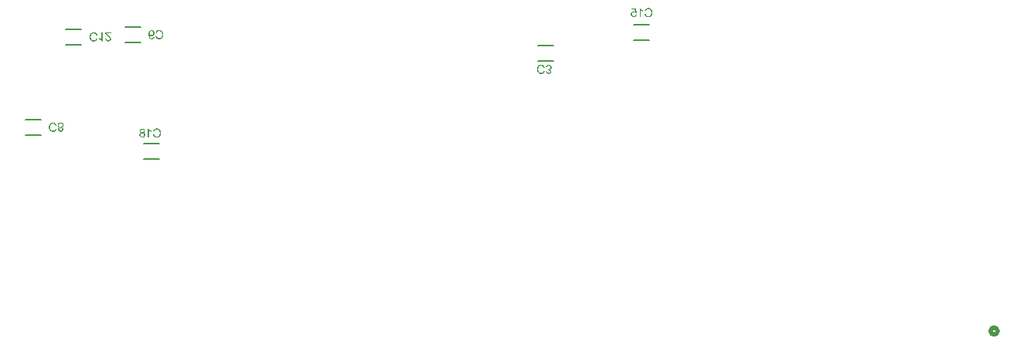
<source format=gbo>
G04*
G04 #@! TF.GenerationSoftware,Altium Limited,Altium Designer,25.4.2 (15)*
G04*
G04 Layer_Color=32896*
%FSLAX44Y44*%
%MOMM*%
G71*
G04*
G04 #@! TF.SameCoordinates,C8064B0B-EDE6-4B3A-8A14-C26425D78004*
G04*
G04*
G04 #@! TF.FilePolarity,Positive*
G04*
G01*
G75*
%ADD10C,0.5080*%
%ADD15C,0.2000*%
G36*
X369303Y342601D02*
X369373Y342481D01*
X369535Y342249D01*
X369711Y342031D01*
X369802Y341925D01*
X369887Y341827D01*
X369971Y341743D01*
X370048Y341658D01*
X370119Y341588D01*
X370182Y341524D01*
X370231Y341475D01*
X370267Y341440D01*
X370295Y341419D01*
X370302Y341412D01*
X370590Y341173D01*
X370893Y340955D01*
X371188Y340757D01*
X371329Y340673D01*
X371463Y340589D01*
X371582Y340518D01*
X371695Y340455D01*
X371800Y340399D01*
X371885Y340356D01*
X371955Y340321D01*
X372011Y340293D01*
X372040Y340279D01*
X372054Y340272D01*
Y339118D01*
X371843Y339202D01*
X371624Y339301D01*
X371413Y339399D01*
X371216Y339498D01*
X371132Y339547D01*
X371048Y339590D01*
X370977Y339632D01*
X370921Y339667D01*
X370872Y339688D01*
X370829Y339709D01*
X370808Y339723D01*
X370801Y339730D01*
X370548Y339885D01*
X370435Y339962D01*
X370323Y340033D01*
X370224Y340110D01*
X370133Y340173D01*
X370048Y340244D01*
X369964Y340300D01*
X369901Y340356D01*
X369837Y340406D01*
X369781Y340455D01*
X369739Y340490D01*
X369704Y340518D01*
X369683Y340539D01*
X369669Y340553D01*
X369661Y340560D01*
Y332948D01*
X368465D01*
Y342720D01*
X369239D01*
X369303Y342601D01*
D02*
G37*
G36*
X378323Y342847D02*
X378555Y342826D01*
X378780Y342798D01*
X378998Y342763D01*
X379202Y342720D01*
X379399Y342664D01*
X379582Y342615D01*
X379751Y342559D01*
X379899Y342502D01*
X380039Y342453D01*
X380159Y342404D01*
X380257Y342355D01*
X380342Y342319D01*
X380398Y342291D01*
X380433Y342270D01*
X380447Y342263D01*
X380644Y342144D01*
X380827Y342017D01*
X380996Y341883D01*
X381158Y341743D01*
X381306Y341602D01*
X381439Y341461D01*
X381566Y341313D01*
X381672Y341180D01*
X381770Y341053D01*
X381862Y340926D01*
X381932Y340821D01*
X381995Y340729D01*
X382038Y340645D01*
X382073Y340589D01*
X382094Y340553D01*
X382101Y340539D01*
X382199Y340321D01*
X382291Y340103D01*
X382368Y339878D01*
X382431Y339653D01*
X382488Y339428D01*
X382537Y339202D01*
X382572Y338992D01*
X382607Y338795D01*
X382629Y338605D01*
X382650Y338429D01*
X382657Y338274D01*
X382671Y338140D01*
Y338035D01*
X382678Y337992D01*
Y337957D01*
Y337929D01*
Y337908D01*
Y337894D01*
Y337887D01*
X382671Y337626D01*
X382657Y337373D01*
X382629Y337127D01*
X382600Y336895D01*
X382558Y336663D01*
X382516Y336451D01*
X382467Y336247D01*
X382417Y336058D01*
X382375Y335889D01*
X382326Y335734D01*
X382284Y335600D01*
X382242Y335488D01*
X382213Y335396D01*
X382185Y335333D01*
X382171Y335291D01*
X382164Y335284D01*
Y335277D01*
X382066Y335059D01*
X381953Y334847D01*
X381833Y334657D01*
X381714Y334474D01*
X381587Y334313D01*
X381460Y334158D01*
X381341Y334024D01*
X381221Y333898D01*
X381109Y333785D01*
X381003Y333694D01*
X380912Y333609D01*
X380827Y333546D01*
X380757Y333497D01*
X380708Y333454D01*
X380680Y333433D01*
X380666Y333426D01*
X380476Y333314D01*
X380271Y333215D01*
X380060Y333131D01*
X379849Y333053D01*
X379638Y332997D01*
X379420Y332941D01*
X379216Y332898D01*
X379012Y332863D01*
X378829Y332842D01*
X378653Y332821D01*
X378498Y332807D01*
X378365Y332793D01*
X378259D01*
X378210Y332786D01*
X378105D01*
X377823Y332793D01*
X377556Y332821D01*
X377302Y332863D01*
X377056Y332912D01*
X376831Y332976D01*
X376620Y333046D01*
X376423Y333124D01*
X376247Y333201D01*
X376085Y333278D01*
X375945Y333356D01*
X375818Y333426D01*
X375719Y333489D01*
X375635Y333539D01*
X375579Y333581D01*
X375543Y333609D01*
X375529Y333616D01*
X375339Y333785D01*
X375163Y333961D01*
X375002Y334151D01*
X374854Y334348D01*
X374720Y334552D01*
X374601Y334749D01*
X374495Y334946D01*
X374404Y335143D01*
X374319Y335326D01*
X374249Y335495D01*
X374193Y335642D01*
X374143Y335776D01*
X374108Y335882D01*
X374094Y335931D01*
X374087Y335966D01*
X374080Y335994D01*
X374073Y336015D01*
X374066Y336029D01*
Y336036D01*
X375354Y336360D01*
X375410Y336135D01*
X375473Y335931D01*
X375543Y335734D01*
X375628Y335558D01*
X375705Y335389D01*
X375797Y335234D01*
X375881Y335101D01*
X375966Y334974D01*
X376043Y334869D01*
X376120Y334770D01*
X376191Y334693D01*
X376254Y334629D01*
X376303Y334573D01*
X376339Y334538D01*
X376367Y334517D01*
X376374Y334510D01*
X376521Y334404D01*
X376669Y334306D01*
X376824Y334221D01*
X376979Y334151D01*
X377133Y334095D01*
X377288Y334045D01*
X377436Y334003D01*
X377577Y333968D01*
X377703Y333940D01*
X377830Y333926D01*
X377936Y333912D01*
X378027Y333898D01*
X378105D01*
X378161Y333890D01*
X378210D01*
X378372Y333898D01*
X378534Y333912D01*
X378688Y333933D01*
X378843Y333961D01*
X378984Y333996D01*
X379125Y334038D01*
X379251Y334073D01*
X379371Y334123D01*
X379476Y334165D01*
X379575Y334200D01*
X379659Y334242D01*
X379730Y334277D01*
X379786Y334306D01*
X379828Y334327D01*
X379856Y334341D01*
X379863Y334348D01*
X380004Y334439D01*
X380131Y334538D01*
X380250Y334643D01*
X380363Y334756D01*
X380461Y334869D01*
X380553Y334988D01*
X380637Y335101D01*
X380715Y335206D01*
X380778Y335312D01*
X380834Y335410D01*
X380884Y335502D01*
X380919Y335579D01*
X380954Y335642D01*
X380975Y335685D01*
X380982Y335720D01*
X380989Y335727D01*
X381053Y335903D01*
X381109Y336086D01*
X381158Y336269D01*
X381193Y336459D01*
X381264Y336817D01*
X381285Y336993D01*
X381306Y337162D01*
X381320Y337310D01*
X381327Y337451D01*
X381334Y337577D01*
X381341Y337683D01*
X381348Y337774D01*
Y337838D01*
Y337880D01*
Y337894D01*
X381341Y338077D01*
X381334Y338253D01*
X381299Y338590D01*
X381278Y338752D01*
X381250Y338907D01*
X381221Y339055D01*
X381193Y339188D01*
X381165Y339315D01*
X381144Y339428D01*
X381116Y339526D01*
X381095Y339611D01*
X381074Y339674D01*
X381059Y339723D01*
X381045Y339758D01*
Y339765D01*
X380982Y339934D01*
X380912Y340089D01*
X380834Y340237D01*
X380750Y340370D01*
X380666Y340504D01*
X380581Y340624D01*
X380490Y340729D01*
X380405Y340828D01*
X380321Y340912D01*
X380243Y340990D01*
X380173Y341053D01*
X380110Y341109D01*
X380060Y341152D01*
X380025Y341187D01*
X379997Y341201D01*
X379990Y341208D01*
X379842Y341306D01*
X379688Y341384D01*
X379533Y341461D01*
X379378Y341524D01*
X379216Y341574D01*
X379061Y341616D01*
X378914Y341651D01*
X378766Y341679D01*
X378632Y341707D01*
X378506Y341721D01*
X378393Y341735D01*
X378294Y341743D01*
X378217Y341749D01*
X378111D01*
X377929Y341743D01*
X377760Y341728D01*
X377598Y341707D01*
X377443Y341672D01*
X377302Y341637D01*
X377169Y341595D01*
X377049Y341553D01*
X376936Y341510D01*
X376838Y341461D01*
X376746Y341419D01*
X376669Y341377D01*
X376606Y341341D01*
X376557Y341306D01*
X376521Y341285D01*
X376500Y341271D01*
X376493Y341264D01*
X376374Y341166D01*
X376261Y341060D01*
X376163Y340940D01*
X376064Y340821D01*
X375973Y340687D01*
X375895Y340560D01*
X375818Y340434D01*
X375755Y340307D01*
X375698Y340188D01*
X375642Y340075D01*
X375600Y339977D01*
X375564Y339892D01*
X375536Y339815D01*
X375515Y339765D01*
X375508Y339730D01*
X375501Y339716D01*
X374235Y340012D01*
X374312Y340258D01*
X374411Y340490D01*
X374509Y340708D01*
X374622Y340912D01*
X374734Y341095D01*
X374847Y341271D01*
X374967Y341426D01*
X375079Y341567D01*
X375192Y341693D01*
X375290Y341799D01*
X375382Y341897D01*
X375466Y341968D01*
X375529Y342031D01*
X375586Y342073D01*
X375614Y342101D01*
X375628Y342108D01*
X375818Y342242D01*
X376015Y342355D01*
X376226Y342453D01*
X376430Y342537D01*
X376634Y342615D01*
X376838Y342671D01*
X377035Y342720D01*
X377225Y342763D01*
X377408Y342791D01*
X377570Y342812D01*
X377710Y342833D01*
X377837Y342840D01*
X377943Y342847D01*
X377985Y342854D01*
X378083D01*
X378323Y342847D01*
D02*
G37*
G36*
X362464Y342713D02*
X362682Y342692D01*
X362893Y342657D01*
X363083Y342608D01*
X363266Y342552D01*
X363435Y342488D01*
X363590Y342425D01*
X363723Y342362D01*
X363850Y342291D01*
X363955Y342228D01*
X364047Y342165D01*
X364124Y342108D01*
X364188Y342066D01*
X364230Y342024D01*
X364258Y342003D01*
X364265Y341996D01*
X364399Y341855D01*
X364518Y341714D01*
X364617Y341559D01*
X364701Y341412D01*
X364779Y341257D01*
X364842Y341109D01*
X364891Y340969D01*
X364926Y340828D01*
X364962Y340701D01*
X364983Y340582D01*
X365004Y340476D01*
X365011Y340385D01*
X365018Y340314D01*
X365025Y340258D01*
Y340223D01*
Y340209D01*
X365018Y340082D01*
X365011Y339955D01*
X364969Y339723D01*
X364940Y339618D01*
X364912Y339519D01*
X364877Y339428D01*
X364842Y339343D01*
X364814Y339266D01*
X364779Y339196D01*
X364751Y339139D01*
X364722Y339090D01*
X364701Y339048D01*
X364680Y339020D01*
X364673Y339006D01*
X364666Y338998D01*
X364596Y338907D01*
X364518Y338823D01*
X364342Y338668D01*
X364160Y338534D01*
X363977Y338422D01*
X363892Y338379D01*
X363815Y338337D01*
X363744Y338302D01*
X363681Y338274D01*
X363632Y338253D01*
X363597Y338239D01*
X363568Y338225D01*
X363562D01*
X363723Y338175D01*
X363878Y338119D01*
X364019Y338056D01*
X364152Y337992D01*
X364279Y337922D01*
X364392Y337845D01*
X364490Y337774D01*
X364589Y337704D01*
X364666Y337634D01*
X364736Y337570D01*
X364800Y337507D01*
X364849Y337458D01*
X364891Y337416D01*
X364919Y337380D01*
X364933Y337359D01*
X364940Y337352D01*
X365025Y337225D01*
X365095Y337099D01*
X365159Y336965D01*
X365215Y336832D01*
X365264Y336698D01*
X365299Y336571D01*
X365335Y336437D01*
X365356Y336318D01*
X365377Y336205D01*
X365391Y336100D01*
X365405Y336001D01*
X365412Y335924D01*
X365419Y335854D01*
Y335804D01*
Y335776D01*
Y335762D01*
X365412Y335530D01*
X365384Y335305D01*
X365335Y335094D01*
X365278Y334890D01*
X365215Y334707D01*
X365137Y334531D01*
X365060Y334369D01*
X364976Y334221D01*
X364898Y334087D01*
X364821Y333975D01*
X364743Y333876D01*
X364673Y333792D01*
X364624Y333722D01*
X364575Y333679D01*
X364547Y333644D01*
X364539Y333637D01*
X364364Y333489D01*
X364188Y333356D01*
X363998Y333243D01*
X363801Y333145D01*
X363604Y333060D01*
X363414Y332997D01*
X363224Y332941D01*
X363041Y332891D01*
X362872Y332856D01*
X362710Y332828D01*
X362569Y332814D01*
X362450Y332800D01*
X362351Y332793D01*
X362274Y332786D01*
X362211D01*
X361950Y332793D01*
X361697Y332821D01*
X361465Y332863D01*
X361240Y332920D01*
X361036Y332983D01*
X360846Y333053D01*
X360670Y333131D01*
X360508Y333208D01*
X360367Y333285D01*
X360248Y333363D01*
X360135Y333433D01*
X360051Y333497D01*
X359980Y333553D01*
X359931Y333595D01*
X359896Y333623D01*
X359889Y333630D01*
X359734Y333792D01*
X359593Y333968D01*
X359481Y334137D01*
X359375Y334320D01*
X359291Y334496D01*
X359220Y334664D01*
X359157Y334833D01*
X359115Y334995D01*
X359080Y335150D01*
X359052Y335291D01*
X359030Y335410D01*
X359016Y335516D01*
X359009Y335607D01*
X359002Y335671D01*
Y335713D01*
Y335727D01*
X359009Y335896D01*
X359023Y336058D01*
X359044Y336205D01*
X359073Y336353D01*
X359115Y336487D01*
X359150Y336620D01*
X359192Y336733D01*
X359234Y336846D01*
X359284Y336944D01*
X359326Y337029D01*
X359361Y337106D01*
X359396Y337169D01*
X359431Y337219D01*
X359453Y337254D01*
X359467Y337275D01*
X359474Y337282D01*
X359565Y337401D01*
X359671Y337507D01*
X359776Y337612D01*
X359889Y337704D01*
X360001Y337788D01*
X360114Y337866D01*
X360227Y337936D01*
X360339Y337999D01*
X360438Y338056D01*
X360536Y338098D01*
X360620Y338140D01*
X360698Y338168D01*
X360761Y338196D01*
X360803Y338210D01*
X360839Y338225D01*
X360846D01*
X360712Y338281D01*
X360592Y338337D01*
X360480Y338400D01*
X360367Y338464D01*
X360276Y338527D01*
X360184Y338590D01*
X360107Y338654D01*
X360029Y338717D01*
X359966Y338773D01*
X359917Y338830D01*
X359868Y338872D01*
X359832Y338914D01*
X359797Y338949D01*
X359776Y338977D01*
X359769Y338992D01*
X359762Y338998D01*
X359699Y339097D01*
X359642Y339196D01*
X359593Y339294D01*
X359551Y339393D01*
X359488Y339590D01*
X359445Y339772D01*
X359431Y339857D01*
X359424Y339934D01*
X359417Y340005D01*
X359410Y340061D01*
X359403Y340110D01*
Y340145D01*
Y340167D01*
Y340173D01*
X359410Y340370D01*
X359439Y340553D01*
X359474Y340736D01*
X359523Y340905D01*
X359586Y341060D01*
X359650Y341208D01*
X359720Y341348D01*
X359790Y341475D01*
X359868Y341588D01*
X359938Y341686D01*
X360001Y341771D01*
X360065Y341841D01*
X360114Y341897D01*
X360149Y341940D01*
X360177Y341968D01*
X360184Y341975D01*
X360332Y342108D01*
X360494Y342221D01*
X360663Y342319D01*
X360832Y342404D01*
X361000Y342481D01*
X361169Y342537D01*
X361338Y342587D01*
X361500Y342629D01*
X361648Y342657D01*
X361788Y342678D01*
X361915Y342699D01*
X362021Y342706D01*
X362112Y342713D01*
X362175Y342720D01*
X362232D01*
X362464Y342713D01*
D02*
G37*
G36*
X907811Y474681D02*
X907881Y474561D01*
X908043Y474329D01*
X908219Y474111D01*
X908310Y474005D01*
X908395Y473907D01*
X908479Y473823D01*
X908557Y473738D01*
X908627Y473668D01*
X908690Y473604D01*
X908739Y473555D01*
X908775Y473520D01*
X908803Y473499D01*
X908810Y473492D01*
X909098Y473253D01*
X909401Y473035D01*
X909696Y472837D01*
X909837Y472753D01*
X909971Y472669D01*
X910090Y472598D01*
X910203Y472535D01*
X910309Y472479D01*
X910393Y472436D01*
X910463Y472401D01*
X910520Y472373D01*
X910548Y472359D01*
X910562Y472352D01*
Y471198D01*
X910351Y471283D01*
X910133Y471381D01*
X909921Y471479D01*
X909725Y471578D01*
X909640Y471627D01*
X909556Y471670D01*
X909485Y471712D01*
X909429Y471747D01*
X909380Y471768D01*
X909338Y471789D01*
X909316Y471803D01*
X909309Y471810D01*
X909056Y471965D01*
X908944Y472042D01*
X908831Y472113D01*
X908733Y472190D01*
X908641Y472253D01*
X908557Y472324D01*
X908472Y472380D01*
X908409Y472436D01*
X908345Y472486D01*
X908289Y472535D01*
X908247Y472570D01*
X908212Y472598D01*
X908191Y472619D01*
X908177Y472633D01*
X908170Y472640D01*
Y465028D01*
X906973D01*
Y474800D01*
X907747D01*
X907811Y474681D01*
D02*
G37*
G36*
X903702Y469636D02*
X902576Y469488D01*
X902471Y469636D01*
X902351Y469770D01*
X902231Y469882D01*
X902119Y469981D01*
X902013Y470058D01*
X901929Y470115D01*
X901894Y470136D01*
X901873Y470150D01*
X901859Y470164D01*
X901852D01*
X901676Y470255D01*
X901493Y470319D01*
X901317Y470368D01*
X901155Y470396D01*
X901077Y470410D01*
X901014Y470417D01*
X900951Y470424D01*
X900902D01*
X900859Y470431D01*
X900803D01*
X900634Y470424D01*
X900472Y470403D01*
X900318Y470375D01*
X900170Y470340D01*
X900036Y470298D01*
X899917Y470241D01*
X899804Y470192D01*
X899698Y470136D01*
X899607Y470079D01*
X899530Y470030D01*
X899459Y469981D01*
X899403Y469932D01*
X899354Y469897D01*
X899326Y469868D01*
X899305Y469847D01*
X899297Y469840D01*
X899199Y469728D01*
X899108Y469601D01*
X899030Y469474D01*
X898967Y469341D01*
X898911Y469200D01*
X898861Y469066D01*
X898826Y468940D01*
X898791Y468813D01*
X898770Y468686D01*
X898749Y468581D01*
X898735Y468475D01*
X898728Y468391D01*
Y468321D01*
X898721Y468264D01*
Y468236D01*
Y468222D01*
X898728Y468025D01*
X898749Y467842D01*
X898777Y467666D01*
X898812Y467497D01*
X898861Y467342D01*
X898911Y467202D01*
X898967Y467075D01*
X899016Y466955D01*
X899072Y466850D01*
X899129Y466758D01*
X899178Y466681D01*
X899227Y466618D01*
X899262Y466569D01*
X899290Y466526D01*
X899312Y466505D01*
X899319Y466498D01*
X899431Y466386D01*
X899551Y466287D01*
X899677Y466196D01*
X899797Y466125D01*
X899924Y466062D01*
X900043Y466006D01*
X900163Y465964D01*
X900275Y465935D01*
X900381Y465907D01*
X900480Y465886D01*
X900571Y465872D01*
X900641Y465858D01*
X900705D01*
X900747Y465851D01*
X900789D01*
X900923Y465858D01*
X901049Y465872D01*
X901169Y465893D01*
X901282Y465921D01*
X901394Y465956D01*
X901493Y465999D01*
X901591Y466034D01*
X901676Y466083D01*
X901753Y466125D01*
X901816Y466161D01*
X901880Y466203D01*
X901929Y466238D01*
X901971Y466266D01*
X901999Y466287D01*
X902013Y466301D01*
X902020Y466308D01*
X902112Y466400D01*
X902196Y466498D01*
X902267Y466604D01*
X902337Y466716D01*
X902393Y466829D01*
X902442Y466949D01*
X902527Y467167D01*
X902562Y467272D01*
X902590Y467371D01*
X902611Y467462D01*
X902633Y467539D01*
X902646Y467603D01*
X902654Y467645D01*
X902661Y467680D01*
Y467687D01*
X903913Y467582D01*
X903885Y467357D01*
X903836Y467146D01*
X903779Y466941D01*
X903716Y466752D01*
X903639Y466576D01*
X903554Y466414D01*
X903477Y466266D01*
X903392Y466132D01*
X903308Y466013D01*
X903231Y465907D01*
X903153Y465816D01*
X903090Y465738D01*
X903034Y465682D01*
X902991Y465640D01*
X902963Y465612D01*
X902956Y465605D01*
X902794Y465478D01*
X902625Y465358D01*
X902442Y465260D01*
X902267Y465176D01*
X902084Y465105D01*
X901901Y465049D01*
X901725Y465000D01*
X901556Y464957D01*
X901401Y464929D01*
X901253Y464908D01*
X901120Y464887D01*
X901007Y464880D01*
X900916Y464873D01*
X900845Y464866D01*
X900789D01*
X900494Y464880D01*
X900212Y464915D01*
X899952Y464978D01*
X899706Y465049D01*
X899473Y465140D01*
X899262Y465239D01*
X899072Y465344D01*
X898896Y465457D01*
X898742Y465569D01*
X898608Y465675D01*
X898495Y465774D01*
X898397Y465865D01*
X898326Y465942D01*
X898270Y465999D01*
X898242Y466034D01*
X898228Y466048D01*
X898094Y466231D01*
X897975Y466421D01*
X897869Y466611D01*
X897778Y466808D01*
X897707Y466998D01*
X897644Y467188D01*
X897595Y467371D01*
X897553Y467547D01*
X897517Y467708D01*
X897496Y467856D01*
X897475Y467990D01*
X897468Y468109D01*
X897461Y468201D01*
X897454Y468271D01*
Y468292D01*
Y468313D01*
Y468321D01*
Y468327D01*
X897461Y468581D01*
X897489Y468820D01*
X897539Y469052D01*
X897588Y469270D01*
X897658Y469467D01*
X897736Y469657D01*
X897813Y469826D01*
X897890Y469981D01*
X897975Y470122D01*
X898052Y470248D01*
X898130Y470354D01*
X898193Y470438D01*
X898249Y470509D01*
X898298Y470558D01*
X898326Y470593D01*
X898334Y470600D01*
X898502Y470755D01*
X898678Y470896D01*
X898861Y471008D01*
X899044Y471114D01*
X899227Y471198D01*
X899403Y471269D01*
X899579Y471332D01*
X899741Y471374D01*
X899895Y471409D01*
X900043Y471437D01*
X900170Y471458D01*
X900283Y471473D01*
X900367Y471479D01*
X900437Y471487D01*
X900494D01*
X900669Y471479D01*
X900852Y471458D01*
X901021Y471430D01*
X901190Y471388D01*
X901345Y471346D01*
X901500Y471297D01*
X901640Y471240D01*
X901774Y471184D01*
X901894Y471121D01*
X902006Y471072D01*
X902098Y471015D01*
X902175Y470973D01*
X902245Y470931D01*
X902288Y470903D01*
X902323Y470882D01*
X902330Y470874D01*
X901809Y473499D01*
X897911D01*
Y474639D01*
X902759D01*
X903702Y469636D01*
D02*
G37*
G36*
X916831Y474927D02*
X917063Y474906D01*
X917288Y474878D01*
X917506Y474843D01*
X917710Y474800D01*
X917907Y474744D01*
X918090Y474695D01*
X918259Y474639D01*
X918407Y474582D01*
X918547Y474533D01*
X918667Y474484D01*
X918765Y474435D01*
X918850Y474399D01*
X918906Y474371D01*
X918941Y474350D01*
X918956Y474343D01*
X919153Y474224D01*
X919335Y474097D01*
X919504Y473963D01*
X919666Y473823D01*
X919814Y473682D01*
X919948Y473541D01*
X920074Y473393D01*
X920180Y473260D01*
X920278Y473133D01*
X920370Y473006D01*
X920440Y472901D01*
X920503Y472809D01*
X920546Y472725D01*
X920581Y472669D01*
X920602Y472633D01*
X920609Y472619D01*
X920707Y472401D01*
X920799Y472183D01*
X920876Y471958D01*
X920940Y471733D01*
X920996Y471508D01*
X921045Y471283D01*
X921080Y471072D01*
X921115Y470874D01*
X921137Y470685D01*
X921158Y470509D01*
X921165Y470354D01*
X921179Y470220D01*
Y470115D01*
X921186Y470072D01*
Y470037D01*
Y470009D01*
Y469988D01*
Y469974D01*
Y469967D01*
X921179Y469706D01*
X921165Y469453D01*
X921137Y469207D01*
X921108Y468975D01*
X921066Y468743D01*
X921024Y468531D01*
X920975Y468327D01*
X920926Y468138D01*
X920883Y467969D01*
X920834Y467814D01*
X920792Y467680D01*
X920750Y467568D01*
X920722Y467476D01*
X920693Y467413D01*
X920679Y467371D01*
X920672Y467364D01*
Y467357D01*
X920574Y467138D01*
X920461Y466927D01*
X920342Y466737D01*
X920222Y466554D01*
X920095Y466393D01*
X919969Y466238D01*
X919849Y466104D01*
X919730Y465978D01*
X919617Y465865D01*
X919511Y465774D01*
X919420Y465689D01*
X919335Y465626D01*
X919265Y465577D01*
X919216Y465534D01*
X919188Y465513D01*
X919174Y465506D01*
X918984Y465394D01*
X918780Y465295D01*
X918568Y465211D01*
X918357Y465133D01*
X918146Y465077D01*
X917928Y465021D01*
X917724Y464978D01*
X917520Y464943D01*
X917337Y464922D01*
X917161Y464901D01*
X917007Y464887D01*
X916873Y464873D01*
X916767D01*
X916718Y464866D01*
X916613D01*
X916331Y464873D01*
X916064Y464901D01*
X915810Y464943D01*
X915564Y464992D01*
X915339Y465056D01*
X915128Y465126D01*
X914931Y465204D01*
X914755Y465281D01*
X914593Y465358D01*
X914453Y465436D01*
X914326Y465506D01*
X914228Y465569D01*
X914143Y465619D01*
X914087Y465661D01*
X914052Y465689D01*
X914037Y465696D01*
X913848Y465865D01*
X913672Y466041D01*
X913510Y466231D01*
X913362Y466428D01*
X913228Y466632D01*
X913109Y466829D01*
X913003Y467026D01*
X912912Y467223D01*
X912827Y467406D01*
X912757Y467575D01*
X912701Y467722D01*
X912651Y467856D01*
X912616Y467962D01*
X912602Y468011D01*
X912595Y468046D01*
X912588Y468074D01*
X912581Y468095D01*
X912574Y468109D01*
Y468116D01*
X913862Y468440D01*
X913918Y468215D01*
X913981Y468011D01*
X914052Y467814D01*
X914136Y467638D01*
X914213Y467469D01*
X914305Y467314D01*
X914389Y467181D01*
X914474Y467054D01*
X914551Y466949D01*
X914629Y466850D01*
X914699Y466773D01*
X914762Y466709D01*
X914811Y466653D01*
X914847Y466618D01*
X914875Y466597D01*
X914882Y466590D01*
X915030Y466484D01*
X915177Y466386D01*
X915332Y466301D01*
X915487Y466231D01*
X915642Y466175D01*
X915796Y466125D01*
X915944Y466083D01*
X916085Y466048D01*
X916212Y466020D01*
X916338Y466006D01*
X916444Y465992D01*
X916535Y465978D01*
X916613D01*
X916669Y465970D01*
X916718D01*
X916880Y465978D01*
X917042Y465992D01*
X917197Y466013D01*
X917351Y466041D01*
X917492Y466076D01*
X917633Y466118D01*
X917759Y466153D01*
X917879Y466203D01*
X917985Y466245D01*
X918083Y466280D01*
X918167Y466322D01*
X918238Y466357D01*
X918294Y466386D01*
X918336Y466407D01*
X918364Y466421D01*
X918372Y466428D01*
X918512Y466519D01*
X918639Y466618D01*
X918758Y466723D01*
X918871Y466836D01*
X918970Y466949D01*
X919061Y467068D01*
X919146Y467181D01*
X919223Y467286D01*
X919286Y467392D01*
X919342Y467490D01*
X919392Y467582D01*
X919427Y467659D01*
X919462Y467722D01*
X919483Y467765D01*
X919490Y467800D01*
X919497Y467807D01*
X919561Y467983D01*
X919617Y468166D01*
X919666Y468349D01*
X919701Y468539D01*
X919772Y468897D01*
X919793Y469073D01*
X919814Y469242D01*
X919828Y469390D01*
X919835Y469531D01*
X919842Y469657D01*
X919849Y469763D01*
X919856Y469854D01*
Y469918D01*
Y469960D01*
Y469974D01*
X919849Y470157D01*
X919842Y470333D01*
X919807Y470670D01*
X919786Y470832D01*
X919758Y470987D01*
X919730Y471135D01*
X919701Y471269D01*
X919673Y471395D01*
X919652Y471508D01*
X919624Y471606D01*
X919603Y471691D01*
X919582Y471754D01*
X919568Y471803D01*
X919554Y471838D01*
Y471845D01*
X919490Y472014D01*
X919420Y472169D01*
X919342Y472317D01*
X919258Y472450D01*
X919174Y472584D01*
X919089Y472704D01*
X918998Y472809D01*
X918913Y472908D01*
X918829Y472992D01*
X918752Y473070D01*
X918681Y473133D01*
X918618Y473189D01*
X918568Y473232D01*
X918533Y473267D01*
X918505Y473281D01*
X918498Y473288D01*
X918350Y473386D01*
X918196Y473464D01*
X918041Y473541D01*
X917886Y473604D01*
X917724Y473654D01*
X917570Y473696D01*
X917422Y473731D01*
X917274Y473759D01*
X917140Y473787D01*
X917014Y473801D01*
X916901Y473815D01*
X916803Y473823D01*
X916725Y473829D01*
X916620D01*
X916437Y473823D01*
X916268Y473808D01*
X916106Y473787D01*
X915951Y473752D01*
X915810Y473717D01*
X915677Y473675D01*
X915557Y473633D01*
X915445Y473590D01*
X915346Y473541D01*
X915255Y473499D01*
X915177Y473457D01*
X915114Y473421D01*
X915065Y473386D01*
X915030Y473365D01*
X915008Y473351D01*
X915001Y473344D01*
X914882Y473246D01*
X914769Y473140D01*
X914671Y473020D01*
X914572Y472901D01*
X914481Y472767D01*
X914403Y472640D01*
X914326Y472514D01*
X914263Y472387D01*
X914206Y472268D01*
X914150Y472155D01*
X914108Y472057D01*
X914073Y471972D01*
X914044Y471895D01*
X914023Y471845D01*
X914016Y471810D01*
X914009Y471796D01*
X912743Y472092D01*
X912820Y472338D01*
X912919Y472570D01*
X913017Y472788D01*
X913130Y472992D01*
X913242Y473175D01*
X913355Y473351D01*
X913475Y473506D01*
X913587Y473647D01*
X913700Y473773D01*
X913798Y473879D01*
X913890Y473977D01*
X913974Y474048D01*
X914037Y474111D01*
X914094Y474153D01*
X914122Y474181D01*
X914136Y474188D01*
X914326Y474322D01*
X914523Y474435D01*
X914734Y474533D01*
X914938Y474618D01*
X915142Y474695D01*
X915346Y474751D01*
X915543Y474800D01*
X915733Y474843D01*
X915916Y474871D01*
X916078Y474892D01*
X916219Y474913D01*
X916345Y474920D01*
X916451Y474927D01*
X916493Y474934D01*
X916591D01*
X916831Y474927D01*
D02*
G37*
G36*
X309307Y448257D02*
X309574Y448229D01*
X309827Y448187D01*
X310074Y448138D01*
X310299Y448074D01*
X310510Y448004D01*
X310707Y447926D01*
X310883Y447849D01*
X311045Y447772D01*
X311185Y447694D01*
X311312Y447624D01*
X311411Y447561D01*
X311495Y447511D01*
X311551Y447469D01*
X311586Y447441D01*
X311600Y447434D01*
X311790Y447265D01*
X311966Y447089D01*
X312128Y446899D01*
X312276Y446702D01*
X312410Y446498D01*
X312529Y446301D01*
X312635Y446104D01*
X312726Y445907D01*
X312811Y445724D01*
X312881Y445555D01*
X312937Y445408D01*
X312987Y445274D01*
X313022Y445168D01*
X313036Y445119D01*
X313043Y445084D01*
X313050Y445056D01*
X313057Y445035D01*
X313064Y445021D01*
Y445014D01*
X311776Y444690D01*
X311720Y444915D01*
X311657Y445119D01*
X311586Y445316D01*
X311502Y445492D01*
X311425Y445661D01*
X311333Y445816D01*
X311249Y445949D01*
X311164Y446076D01*
X311087Y446181D01*
X311009Y446280D01*
X310939Y446357D01*
X310876Y446421D01*
X310826Y446477D01*
X310791Y446512D01*
X310763Y446533D01*
X310756Y446540D01*
X310608Y446646D01*
X310461Y446744D01*
X310306Y446829D01*
X310151Y446899D01*
X309996Y446955D01*
X309841Y447005D01*
X309694Y447047D01*
X309553Y447082D01*
X309426Y447110D01*
X309300Y447124D01*
X309194Y447138D01*
X309103Y447152D01*
X309025D01*
X308969Y447160D01*
X308920D01*
X308758Y447152D01*
X308596Y447138D01*
X308441Y447117D01*
X308287Y447089D01*
X308146Y447054D01*
X308005Y447012D01*
X307878Y446977D01*
X307759Y446927D01*
X307653Y446885D01*
X307555Y446850D01*
X307470Y446808D01*
X307400Y446772D01*
X307344Y446744D01*
X307302Y446723D01*
X307273Y446709D01*
X307266Y446702D01*
X307126Y446611D01*
X306999Y446512D01*
X306879Y446407D01*
X306767Y446294D01*
X306668Y446181D01*
X306577Y446062D01*
X306493Y445949D01*
X306415Y445844D01*
X306352Y445738D01*
X306296Y445640D01*
X306246Y445548D01*
X306211Y445471D01*
X306176Y445408D01*
X306155Y445365D01*
X306148Y445330D01*
X306141Y445323D01*
X306077Y445147D01*
X306021Y444964D01*
X305972Y444781D01*
X305937Y444591D01*
X305866Y444233D01*
X305845Y444057D01*
X305824Y443888D01*
X305810Y443740D01*
X305803Y443599D01*
X305796Y443473D01*
X305789Y443367D01*
X305782Y443276D01*
Y443212D01*
Y443170D01*
Y443156D01*
X305789Y442973D01*
X305796Y442797D01*
X305831Y442460D01*
X305852Y442298D01*
X305880Y442143D01*
X305909Y441995D01*
X305937Y441861D01*
X305965Y441735D01*
X305986Y441622D01*
X306014Y441524D01*
X306035Y441439D01*
X306056Y441376D01*
X306070Y441327D01*
X306084Y441292D01*
Y441285D01*
X306148Y441116D01*
X306218Y440961D01*
X306296Y440813D01*
X306380Y440680D01*
X306464Y440546D01*
X306549Y440426D01*
X306640Y440321D01*
X306725Y440222D01*
X306809Y440138D01*
X306887Y440060D01*
X306957Y439997D01*
X307020Y439941D01*
X307069Y439898D01*
X307105Y439863D01*
X307133Y439849D01*
X307140Y439842D01*
X307288Y439744D01*
X307442Y439666D01*
X307597Y439589D01*
X307752Y439526D01*
X307914Y439476D01*
X308069Y439434D01*
X308216Y439399D01*
X308364Y439371D01*
X308498Y439343D01*
X308624Y439329D01*
X308737Y439315D01*
X308835Y439308D01*
X308913Y439300D01*
X309018D01*
X309201Y439308D01*
X309370Y439322D01*
X309532Y439343D01*
X309687Y439378D01*
X309827Y439413D01*
X309961Y439455D01*
X310081Y439497D01*
X310193Y439540D01*
X310292Y439589D01*
X310383Y439631D01*
X310461Y439673D01*
X310524Y439709D01*
X310573Y439744D01*
X310608Y439765D01*
X310630Y439779D01*
X310637Y439786D01*
X310756Y439884D01*
X310869Y439990D01*
X310967Y440110D01*
X311066Y440229D01*
X311157Y440363D01*
X311235Y440490D01*
X311312Y440616D01*
X311375Y440743D01*
X311432Y440862D01*
X311488Y440975D01*
X311530Y441073D01*
X311565Y441158D01*
X311593Y441235D01*
X311614Y441285D01*
X311622Y441320D01*
X311629Y441334D01*
X312895Y441038D01*
X312818Y440792D01*
X312719Y440560D01*
X312621Y440342D01*
X312508Y440138D01*
X312395Y439955D01*
X312283Y439779D01*
X312163Y439624D01*
X312051Y439483D01*
X311938Y439357D01*
X311840Y439251D01*
X311748Y439153D01*
X311664Y439082D01*
X311600Y439019D01*
X311544Y438977D01*
X311516Y438949D01*
X311502Y438942D01*
X311312Y438808D01*
X311115Y438695D01*
X310904Y438597D01*
X310700Y438512D01*
X310496Y438435D01*
X310292Y438379D01*
X310095Y438330D01*
X309905Y438287D01*
X309722Y438259D01*
X309560Y438238D01*
X309419Y438217D01*
X309293Y438210D01*
X309187Y438203D01*
X309145Y438196D01*
X309046D01*
X308807Y438203D01*
X308575Y438224D01*
X308350Y438252D01*
X308132Y438287D01*
X307928Y438330D01*
X307731Y438386D01*
X307548Y438435D01*
X307379Y438491D01*
X307231Y438548D01*
X307090Y438597D01*
X306971Y438646D01*
X306872Y438695D01*
X306788Y438731D01*
X306732Y438759D01*
X306696Y438780D01*
X306682Y438787D01*
X306485Y438907D01*
X306303Y439033D01*
X306134Y439167D01*
X305972Y439308D01*
X305824Y439448D01*
X305690Y439589D01*
X305564Y439737D01*
X305458Y439870D01*
X305360Y439997D01*
X305268Y440124D01*
X305198Y440229D01*
X305135Y440321D01*
X305092Y440405D01*
X305057Y440461D01*
X305036Y440497D01*
X305029Y440511D01*
X304930Y440729D01*
X304839Y440947D01*
X304762Y441172D01*
X304698Y441397D01*
X304642Y441622D01*
X304593Y441847D01*
X304558Y442058D01*
X304522Y442256D01*
X304501Y442445D01*
X304480Y442621D01*
X304473Y442776D01*
X304459Y442910D01*
Y443015D01*
X304452Y443058D01*
Y443093D01*
Y443121D01*
Y443142D01*
Y443156D01*
Y443163D01*
X304459Y443424D01*
X304473Y443677D01*
X304501Y443923D01*
X304529Y444155D01*
X304572Y444387D01*
X304614Y444599D01*
X304663Y444803D01*
X304712Y444992D01*
X304755Y445161D01*
X304804Y445316D01*
X304846Y445450D01*
X304888Y445562D01*
X304916Y445654D01*
X304945Y445717D01*
X304959Y445759D01*
X304966Y445766D01*
Y445773D01*
X305064Y445992D01*
X305177Y446203D01*
X305296Y446393D01*
X305416Y446576D01*
X305543Y446737D01*
X305669Y446892D01*
X305789Y447026D01*
X305909Y447152D01*
X306021Y447265D01*
X306127Y447356D01*
X306218Y447441D01*
X306303Y447504D01*
X306373Y447553D01*
X306422Y447596D01*
X306450Y447617D01*
X306464Y447624D01*
X306654Y447736D01*
X306858Y447835D01*
X307069Y447919D01*
X307281Y447997D01*
X307491Y448053D01*
X307710Y448109D01*
X307914Y448152D01*
X308118Y448187D01*
X308301Y448208D01*
X308477Y448229D01*
X308631Y448243D01*
X308765Y448257D01*
X308871D01*
X308920Y448264D01*
X309025D01*
X309307Y448257D01*
D02*
G37*
G36*
X318664Y438330D02*
X317890D01*
X317827Y438449D01*
X317757Y438569D01*
X317595Y438801D01*
X317419Y439019D01*
X317328Y439125D01*
X317243Y439223D01*
X317159Y439308D01*
X317081Y439392D01*
X317011Y439462D01*
X316948Y439526D01*
X316898Y439575D01*
X316863Y439610D01*
X316835Y439631D01*
X316828Y439638D01*
X316540Y439877D01*
X316237Y440095D01*
X315942Y440293D01*
X315801Y440377D01*
X315667Y440461D01*
X315548Y440532D01*
X315435Y440595D01*
X315329Y440651D01*
X315245Y440694D01*
X315175Y440729D01*
X315118Y440757D01*
X315090Y440771D01*
X315076Y440778D01*
Y441932D01*
X315287Y441847D01*
X315505Y441749D01*
X315716Y441651D01*
X315913Y441552D01*
X315998Y441503D01*
X316082Y441460D01*
X316153Y441418D01*
X316209Y441383D01*
X316258Y441362D01*
X316300Y441341D01*
X316322Y441327D01*
X316329Y441320D01*
X316582Y441165D01*
X316694Y441088D01*
X316807Y441017D01*
X316905Y440940D01*
X316997Y440877D01*
X317081Y440806D01*
X317166Y440750D01*
X317229Y440694D01*
X317292Y440644D01*
X317349Y440595D01*
X317391Y440560D01*
X317426Y440532D01*
X317447Y440511D01*
X317461Y440497D01*
X317468Y440490D01*
Y448102D01*
X318664D01*
Y438330D01*
D02*
G37*
G36*
X328008Y446955D02*
X323238D01*
X323315Y446836D01*
X323400Y446716D01*
X323484Y446611D01*
X323561Y446512D01*
X323632Y446435D01*
X323688Y446371D01*
X323723Y446329D01*
X323737Y446315D01*
X323801Y446245D01*
X323885Y446167D01*
X323976Y446083D01*
X324082Y445984D01*
X324194Y445886D01*
X324307Y445780D01*
X324546Y445576D01*
X324659Y445478D01*
X324764Y445387D01*
X324856Y445302D01*
X324947Y445232D01*
X325018Y445168D01*
X325067Y445126D01*
X325102Y445091D01*
X325116Y445084D01*
X325348Y444887D01*
X325566Y444697D01*
X325764Y444521D01*
X325946Y444359D01*
X326115Y444204D01*
X326263Y444064D01*
X326404Y443937D01*
X326523Y443825D01*
X326629Y443719D01*
X326713Y443628D01*
X326791Y443550D01*
X326854Y443487D01*
X326903Y443438D01*
X326931Y443402D01*
X326953Y443381D01*
X326960Y443374D01*
X327058Y443255D01*
X327157Y443142D01*
X327241Y443030D01*
X327318Y442924D01*
X327459Y442720D01*
X327515Y442628D01*
X327565Y442544D01*
X327614Y442467D01*
X327649Y442396D01*
X327684Y442333D01*
X327705Y442284D01*
X327727Y442242D01*
X327741Y442213D01*
X327755Y442192D01*
Y442185D01*
X327832Y441974D01*
X327895Y441770D01*
X327938Y441573D01*
X327966Y441397D01*
X327973Y441320D01*
X327980Y441249D01*
X327987Y441193D01*
X327994Y441137D01*
Y441095D01*
Y441067D01*
Y441045D01*
Y441038D01*
X327987Y440827D01*
X327959Y440623D01*
X327916Y440433D01*
X327867Y440250D01*
X327804Y440081D01*
X327733Y439920D01*
X327656Y439772D01*
X327586Y439638D01*
X327508Y439519D01*
X327431Y439413D01*
X327361Y439322D01*
X327297Y439251D01*
X327248Y439188D01*
X327206Y439146D01*
X327178Y439118D01*
X327171Y439110D01*
X327009Y438970D01*
X326840Y438850D01*
X326664Y438752D01*
X326481Y438660D01*
X326298Y438583D01*
X326108Y438520D01*
X325932Y438470D01*
X325756Y438428D01*
X325595Y438393D01*
X325440Y438372D01*
X325306Y438351D01*
X325187Y438344D01*
X325088Y438337D01*
X325018Y438330D01*
X324954D01*
X324701Y438337D01*
X324462Y438358D01*
X324237Y438393D01*
X324026Y438442D01*
X323829Y438498D01*
X323646Y438562D01*
X323484Y438625D01*
X323329Y438688D01*
X323195Y438759D01*
X323076Y438822D01*
X322977Y438885D01*
X322893Y438942D01*
X322830Y438984D01*
X322780Y439026D01*
X322752Y439047D01*
X322745Y439054D01*
X322597Y439195D01*
X322471Y439350D01*
X322351Y439512D01*
X322253Y439680D01*
X322161Y439856D01*
X322084Y440032D01*
X322020Y440201D01*
X321964Y440370D01*
X321922Y440525D01*
X321887Y440672D01*
X321859Y440806D01*
X321838Y440919D01*
X321816Y441010D01*
X321809Y441081D01*
Y441109D01*
X321802Y441130D01*
Y441137D01*
Y441144D01*
X323034Y441270D01*
X323041Y441102D01*
X323055Y440947D01*
X323083Y440799D01*
X323111Y440658D01*
X323153Y440532D01*
X323195Y440419D01*
X323245Y440307D01*
X323294Y440215D01*
X323336Y440131D01*
X323385Y440053D01*
X323428Y439990D01*
X323470Y439934D01*
X323498Y439898D01*
X323526Y439863D01*
X323540Y439849D01*
X323547Y439842D01*
X323646Y439751D01*
X323758Y439673D01*
X323871Y439603D01*
X323983Y439540D01*
X324103Y439491D01*
X324216Y439448D01*
X324328Y439413D01*
X324434Y439385D01*
X324539Y439364D01*
X324631Y439350D01*
X324715Y439336D01*
X324793Y439329D01*
X324849Y439322D01*
X324933D01*
X325081Y439329D01*
X325222Y439343D01*
X325355Y439364D01*
X325482Y439399D01*
X325595Y439434D01*
X325707Y439476D01*
X325806Y439519D01*
X325897Y439568D01*
X325975Y439610D01*
X326045Y439659D01*
X326108Y439701D01*
X326157Y439737D01*
X326200Y439772D01*
X326228Y439793D01*
X326242Y439807D01*
X326249Y439814D01*
X326340Y439906D01*
X326418Y440004D01*
X326488Y440103D01*
X326544Y440208D01*
X326594Y440307D01*
X326636Y440405D01*
X326671Y440504D01*
X326699Y440595D01*
X326720Y440680D01*
X326734Y440757D01*
X326749Y440827D01*
X326756Y440891D01*
X326763Y440940D01*
Y440975D01*
Y441003D01*
Y441010D01*
X326756Y441137D01*
X326741Y441264D01*
X326713Y441390D01*
X326678Y441517D01*
X326587Y441763D01*
X326530Y441876D01*
X326481Y441981D01*
X326432Y442080D01*
X326376Y442171D01*
X326333Y442248D01*
X326291Y442319D01*
X326249Y442368D01*
X326221Y442410D01*
X326207Y442439D01*
X326200Y442445D01*
X326087Y442593D01*
X325946Y442755D01*
X325799Y442917D01*
X325630Y443086D01*
X325461Y443262D01*
X325278Y443430D01*
X325102Y443599D01*
X324919Y443761D01*
X324750Y443916D01*
X324589Y444057D01*
X324448Y444190D01*
X324314Y444296D01*
X324209Y444387D01*
X324166Y444423D01*
X324131Y444458D01*
X324103Y444479D01*
X324082Y444500D01*
X324068Y444507D01*
X324061Y444514D01*
X323878Y444669D01*
X323702Y444817D01*
X323540Y444957D01*
X323385Y445091D01*
X323245Y445225D01*
X323118Y445344D01*
X323005Y445457D01*
X322900Y445562D01*
X322801Y445654D01*
X322724Y445738D01*
X322654Y445809D01*
X322597Y445872D01*
X322555Y445921D01*
X322527Y445956D01*
X322506Y445978D01*
X322499Y445984D01*
X322309Y446224D01*
X322147Y446456D01*
X322013Y446674D01*
X321950Y446772D01*
X321901Y446871D01*
X321859Y446955D01*
X321816Y447033D01*
X321781Y447103D01*
X321760Y447166D01*
X321739Y447216D01*
X321725Y447251D01*
X321711Y447272D01*
Y447279D01*
X321662Y447427D01*
X321627Y447575D01*
X321605Y447715D01*
X321591Y447835D01*
X321584Y447948D01*
X321577Y447990D01*
Y448032D01*
Y448060D01*
Y448081D01*
Y448095D01*
Y448102D01*
X328008D01*
Y446955D01*
D02*
G37*
G36*
X264769Y349197D02*
X265036Y349169D01*
X265289Y349127D01*
X265536Y349077D01*
X265761Y349014D01*
X265972Y348944D01*
X266169Y348866D01*
X266345Y348789D01*
X266507Y348712D01*
X266647Y348634D01*
X266774Y348564D01*
X266872Y348501D01*
X266957Y348451D01*
X267013Y348409D01*
X267048Y348381D01*
X267062Y348374D01*
X267252Y348205D01*
X267428Y348029D01*
X267590Y347839D01*
X267738Y347642D01*
X267871Y347438D01*
X267991Y347241D01*
X268097Y347044D01*
X268188Y346847D01*
X268272Y346664D01*
X268343Y346495D01*
X268399Y346348D01*
X268448Y346214D01*
X268484Y346108D01*
X268498Y346059D01*
X268505Y346024D01*
X268512Y345996D01*
X268519Y345975D01*
X268526Y345961D01*
Y345954D01*
X267238Y345630D01*
X267182Y345855D01*
X267119Y346059D01*
X267048Y346256D01*
X266964Y346432D01*
X266886Y346601D01*
X266795Y346756D01*
X266710Y346889D01*
X266626Y347016D01*
X266549Y347122D01*
X266471Y347220D01*
X266401Y347297D01*
X266338Y347361D01*
X266288Y347417D01*
X266253Y347452D01*
X266225Y347473D01*
X266218Y347480D01*
X266070Y347586D01*
X265923Y347684D01*
X265768Y347769D01*
X265613Y347839D01*
X265458Y347895D01*
X265303Y347945D01*
X265156Y347987D01*
X265015Y348022D01*
X264888Y348050D01*
X264762Y348064D01*
X264656Y348078D01*
X264565Y348092D01*
X264487D01*
X264431Y348100D01*
X264382D01*
X264220Y348092D01*
X264058Y348078D01*
X263903Y348057D01*
X263748Y348029D01*
X263608Y347994D01*
X263467Y347952D01*
X263340Y347917D01*
X263221Y347867D01*
X263115Y347825D01*
X263017Y347790D01*
X262932Y347748D01*
X262862Y347713D01*
X262806Y347684D01*
X262764Y347663D01*
X262735Y347649D01*
X262728Y347642D01*
X262588Y347551D01*
X262461Y347452D01*
X262341Y347347D01*
X262229Y347234D01*
X262130Y347122D01*
X262039Y347002D01*
X261954Y346889D01*
X261877Y346784D01*
X261814Y346678D01*
X261757Y346580D01*
X261708Y346488D01*
X261673Y346411D01*
X261638Y346348D01*
X261617Y346305D01*
X261610Y346270D01*
X261603Y346263D01*
X261539Y346087D01*
X261483Y345904D01*
X261434Y345721D01*
X261399Y345531D01*
X261328Y345173D01*
X261307Y344997D01*
X261286Y344828D01*
X261272Y344680D01*
X261265Y344539D01*
X261258Y344413D01*
X261251Y344307D01*
X261244Y344216D01*
Y344152D01*
Y344110D01*
Y344096D01*
X261251Y343913D01*
X261258Y343737D01*
X261293Y343400D01*
X261314Y343238D01*
X261342Y343083D01*
X261370Y342935D01*
X261399Y342802D01*
X261427Y342675D01*
X261448Y342562D01*
X261476Y342464D01*
X261497Y342379D01*
X261518Y342316D01*
X261532Y342267D01*
X261546Y342232D01*
Y342225D01*
X261610Y342056D01*
X261680Y341901D01*
X261757Y341753D01*
X261842Y341619D01*
X261926Y341486D01*
X262011Y341366D01*
X262102Y341261D01*
X262187Y341162D01*
X262271Y341078D01*
X262348Y341000D01*
X262419Y340937D01*
X262482Y340881D01*
X262531Y340839D01*
X262567Y340803D01*
X262595Y340789D01*
X262602Y340782D01*
X262749Y340684D01*
X262904Y340606D01*
X263059Y340529D01*
X263214Y340466D01*
X263376Y340416D01*
X263530Y340374D01*
X263678Y340339D01*
X263826Y340311D01*
X263960Y340283D01*
X264086Y340269D01*
X264199Y340255D01*
X264297Y340247D01*
X264375Y340241D01*
X264480D01*
X264663Y340247D01*
X264832Y340262D01*
X264994Y340283D01*
X265149Y340318D01*
X265289Y340353D01*
X265423Y340395D01*
X265543Y340438D01*
X265655Y340480D01*
X265754Y340529D01*
X265845Y340571D01*
X265923Y340613D01*
X265986Y340649D01*
X266035Y340684D01*
X266070Y340705D01*
X266091Y340719D01*
X266098Y340726D01*
X266218Y340825D01*
X266331Y340930D01*
X266429Y341050D01*
X266528Y341169D01*
X266619Y341303D01*
X266696Y341429D01*
X266774Y341556D01*
X266837Y341683D01*
X266894Y341802D01*
X266950Y341915D01*
X266992Y342014D01*
X267027Y342098D01*
X267055Y342175D01*
X267076Y342225D01*
X267083Y342260D01*
X267090Y342274D01*
X268357Y341978D01*
X268279Y341732D01*
X268181Y341500D01*
X268083Y341282D01*
X267970Y341078D01*
X267857Y340895D01*
X267745Y340719D01*
X267625Y340564D01*
X267513Y340423D01*
X267400Y340297D01*
X267302Y340191D01*
X267210Y340093D01*
X267126Y340022D01*
X267062Y339959D01*
X267006Y339917D01*
X266978Y339889D01*
X266964Y339882D01*
X266774Y339748D01*
X266577Y339635D01*
X266366Y339537D01*
X266162Y339453D01*
X265958Y339375D01*
X265754Y339319D01*
X265557Y339270D01*
X265367Y339227D01*
X265184Y339199D01*
X265022Y339178D01*
X264881Y339157D01*
X264755Y339150D01*
X264649Y339143D01*
X264607Y339136D01*
X264508D01*
X264269Y339143D01*
X264037Y339164D01*
X263812Y339192D01*
X263594Y339227D01*
X263390Y339270D01*
X263193Y339326D01*
X263010Y339375D01*
X262841Y339431D01*
X262693Y339488D01*
X262552Y339537D01*
X262433Y339586D01*
X262334Y339635D01*
X262250Y339671D01*
X262194Y339699D01*
X262158Y339720D01*
X262144Y339727D01*
X261947Y339846D01*
X261764Y339973D01*
X261595Y340107D01*
X261434Y340247D01*
X261286Y340388D01*
X261152Y340529D01*
X261026Y340677D01*
X260920Y340810D01*
X260822Y340937D01*
X260730Y341064D01*
X260660Y341169D01*
X260596Y341261D01*
X260554Y341345D01*
X260519Y341401D01*
X260498Y341437D01*
X260491Y341451D01*
X260392Y341669D01*
X260301Y341887D01*
X260224Y342112D01*
X260160Y342337D01*
X260104Y342562D01*
X260055Y342788D01*
X260019Y342999D01*
X259984Y343195D01*
X259963Y343386D01*
X259942Y343561D01*
X259935Y343716D01*
X259921Y343850D01*
Y343955D01*
X259914Y343998D01*
Y344033D01*
Y344061D01*
Y344082D01*
Y344096D01*
Y344103D01*
X259921Y344364D01*
X259935Y344617D01*
X259963Y344863D01*
X259991Y345095D01*
X260034Y345327D01*
X260076Y345538D01*
X260125Y345742D01*
X260174Y345933D01*
X260217Y346101D01*
X260266Y346256D01*
X260308Y346390D01*
X260350Y346502D01*
X260378Y346594D01*
X260406Y346657D01*
X260420Y346699D01*
X260428Y346706D01*
Y346713D01*
X260526Y346931D01*
X260639Y347143D01*
X260758Y347333D01*
X260878Y347515D01*
X261005Y347677D01*
X261131Y347832D01*
X261251Y347966D01*
X261370Y348092D01*
X261483Y348205D01*
X261588Y348297D01*
X261680Y348381D01*
X261764Y348444D01*
X261835Y348493D01*
X261884Y348536D01*
X261912Y348557D01*
X261926Y348564D01*
X262116Y348676D01*
X262320Y348775D01*
X262531Y348859D01*
X262742Y348937D01*
X262953Y348993D01*
X263172Y349049D01*
X263376Y349091D01*
X263580Y349127D01*
X263762Y349148D01*
X263938Y349169D01*
X264093Y349183D01*
X264227Y349197D01*
X264332D01*
X264382Y349204D01*
X264487D01*
X264769Y349197D01*
D02*
G37*
G36*
X273078D02*
X273331Y349169D01*
X273563Y349127D01*
X273789Y349070D01*
X273993Y349007D01*
X274183Y348937D01*
X274359Y348859D01*
X274520Y348782D01*
X274661Y348705D01*
X274781Y348627D01*
X274893Y348557D01*
X274978Y348493D01*
X275048Y348437D01*
X275097Y348395D01*
X275132Y348367D01*
X275139Y348360D01*
X275294Y348198D01*
X275435Y348022D01*
X275548Y347853D01*
X275653Y347670D01*
X275737Y347494D01*
X275808Y347326D01*
X275871Y347157D01*
X275913Y346995D01*
X275949Y346840D01*
X275977Y346699D01*
X275998Y346580D01*
X276012Y346474D01*
X276019Y346383D01*
X276026Y346319D01*
Y346277D01*
Y346263D01*
X276019Y346094D01*
X276005Y345933D01*
X275984Y345785D01*
X275956Y345637D01*
X275913Y345503D01*
X275878Y345370D01*
X275836Y345257D01*
X275794Y345144D01*
X275744Y345046D01*
X275702Y344962D01*
X275667Y344884D01*
X275632Y344821D01*
X275597Y344771D01*
X275576Y344736D01*
X275562Y344715D01*
X275555Y344708D01*
X275463Y344589D01*
X275357Y344483D01*
X275252Y344378D01*
X275139Y344286D01*
X275027Y344202D01*
X274914Y344124D01*
X274802Y344054D01*
X274689Y343991D01*
X274591Y343934D01*
X274492Y343892D01*
X274408Y343850D01*
X274330Y343822D01*
X274267Y343794D01*
X274225Y343779D01*
X274190Y343765D01*
X274183D01*
X274316Y343709D01*
X274436Y343653D01*
X274548Y343590D01*
X274661Y343526D01*
X274753Y343463D01*
X274844Y343400D01*
X274921Y343336D01*
X274999Y343273D01*
X275062Y343217D01*
X275111Y343160D01*
X275161Y343118D01*
X275196Y343076D01*
X275231Y343041D01*
X275252Y343013D01*
X275259Y342999D01*
X275266Y342991D01*
X275329Y342893D01*
X275386Y342794D01*
X275435Y342696D01*
X275477Y342598D01*
X275541Y342401D01*
X275583Y342218D01*
X275597Y342133D01*
X275604Y342056D01*
X275611Y341985D01*
X275618Y341929D01*
X275625Y341880D01*
Y341845D01*
Y341824D01*
Y341816D01*
X275618Y341619D01*
X275590Y341437D01*
X275555Y341254D01*
X275505Y341085D01*
X275442Y340930D01*
X275379Y340782D01*
X275308Y340642D01*
X275238Y340515D01*
X275161Y340402D01*
X275090Y340304D01*
X275027Y340219D01*
X274963Y340149D01*
X274914Y340093D01*
X274879Y340051D01*
X274851Y340022D01*
X274844Y340015D01*
X274696Y339882D01*
X274534Y339769D01*
X274366Y339671D01*
X274197Y339586D01*
X274028Y339509D01*
X273859Y339453D01*
X273690Y339403D01*
X273528Y339361D01*
X273381Y339333D01*
X273240Y339312D01*
X273113Y339291D01*
X273008Y339284D01*
X272916Y339277D01*
X272853Y339270D01*
X272796D01*
X272564Y339277D01*
X272346Y339298D01*
X272135Y339333D01*
X271945Y339382D01*
X271762Y339438D01*
X271593Y339502D01*
X271439Y339565D01*
X271305Y339628D01*
X271178Y339699D01*
X271073Y339762D01*
X270981Y339825D01*
X270904Y339882D01*
X270841Y339924D01*
X270798Y339966D01*
X270770Y339987D01*
X270763Y339994D01*
X270630Y340135D01*
X270510Y340276D01*
X270411Y340430D01*
X270327Y340578D01*
X270250Y340733D01*
X270186Y340881D01*
X270137Y341021D01*
X270102Y341162D01*
X270067Y341289D01*
X270046Y341408D01*
X270024Y341514D01*
X270017Y341605D01*
X270010Y341676D01*
X270003Y341732D01*
Y341767D01*
Y341781D01*
X270010Y341908D01*
X270017Y342035D01*
X270060Y342267D01*
X270088Y342372D01*
X270116Y342471D01*
X270151Y342562D01*
X270186Y342647D01*
X270214Y342724D01*
X270250Y342794D01*
X270278Y342851D01*
X270306Y342900D01*
X270327Y342942D01*
X270348Y342970D01*
X270355Y342985D01*
X270362Y342991D01*
X270432Y343083D01*
X270510Y343167D01*
X270686Y343322D01*
X270869Y343456D01*
X271052Y343568D01*
X271136Y343611D01*
X271213Y343653D01*
X271284Y343688D01*
X271347Y343716D01*
X271396Y343737D01*
X271432Y343751D01*
X271460Y343765D01*
X271467D01*
X271305Y343815D01*
X271150Y343871D01*
X271009Y343934D01*
X270876Y343998D01*
X270749Y344068D01*
X270637Y344145D01*
X270538Y344216D01*
X270439Y344286D01*
X270362Y344356D01*
X270292Y344420D01*
X270228Y344483D01*
X270179Y344532D01*
X270137Y344575D01*
X270109Y344610D01*
X270095Y344631D01*
X270088Y344638D01*
X270003Y344765D01*
X269933Y344891D01*
X269870Y345025D01*
X269813Y345159D01*
X269764Y345292D01*
X269729Y345419D01*
X269694Y345552D01*
X269673Y345672D01*
X269652Y345785D01*
X269637Y345890D01*
X269623Y345989D01*
X269616Y346066D01*
X269609Y346137D01*
Y346186D01*
Y346214D01*
Y346228D01*
X269616Y346460D01*
X269645Y346685D01*
X269694Y346896D01*
X269750Y347100D01*
X269813Y347283D01*
X269891Y347459D01*
X269968Y347621D01*
X270053Y347769D01*
X270130Y347902D01*
X270207Y348015D01*
X270285Y348114D01*
X270355Y348198D01*
X270404Y348268D01*
X270454Y348311D01*
X270482Y348346D01*
X270489Y348353D01*
X270665Y348501D01*
X270841Y348634D01*
X271031Y348747D01*
X271227Y348845D01*
X271425Y348930D01*
X271614Y348993D01*
X271805Y349049D01*
X271987Y349099D01*
X272156Y349134D01*
X272318Y349162D01*
X272459Y349176D01*
X272578Y349190D01*
X272677Y349197D01*
X272754Y349204D01*
X272818D01*
X273078Y349197D01*
D02*
G37*
G36*
X799449Y412690D02*
X799717Y412662D01*
X799970Y412620D01*
X800216Y412570D01*
X800441Y412507D01*
X800652Y412437D01*
X800849Y412359D01*
X801025Y412282D01*
X801187Y412205D01*
X801328Y412127D01*
X801454Y412057D01*
X801553Y411993D01*
X801637Y411944D01*
X801694Y411902D01*
X801729Y411874D01*
X801743Y411867D01*
X801933Y411698D01*
X802109Y411522D01*
X802271Y411332D01*
X802418Y411135D01*
X802552Y410931D01*
X802672Y410734D01*
X802777Y410537D01*
X802869Y410340D01*
X802953Y410157D01*
X803024Y409988D01*
X803080Y409841D01*
X803129Y409707D01*
X803164Y409601D01*
X803178Y409552D01*
X803185Y409517D01*
X803192Y409489D01*
X803199Y409468D01*
X803206Y409454D01*
Y409446D01*
X801919Y409123D01*
X801863Y409348D01*
X801799Y409552D01*
X801729Y409749D01*
X801644Y409925D01*
X801567Y410094D01*
X801476Y410249D01*
X801391Y410382D01*
X801307Y410509D01*
X801229Y410615D01*
X801152Y410713D01*
X801082Y410790D01*
X801018Y410854D01*
X800969Y410910D01*
X800934Y410945D01*
X800906Y410966D01*
X800899Y410973D01*
X800751Y411079D01*
X800603Y411177D01*
X800448Y411262D01*
X800294Y411332D01*
X800139Y411388D01*
X799984Y411438D01*
X799836Y411480D01*
X799696Y411515D01*
X799569Y411543D01*
X799442Y411557D01*
X799337Y411571D01*
X799245Y411585D01*
X799168D01*
X799112Y411592D01*
X799062D01*
X798901Y411585D01*
X798739Y411571D01*
X798584Y411550D01*
X798429Y411522D01*
X798288Y411487D01*
X798148Y411445D01*
X798021Y411409D01*
X797901Y411360D01*
X797796Y411318D01*
X797697Y411283D01*
X797613Y411241D01*
X797543Y411205D01*
X797486Y411177D01*
X797444Y411156D01*
X797416Y411142D01*
X797409Y411135D01*
X797268Y411044D01*
X797141Y410945D01*
X797022Y410840D01*
X796909Y410727D01*
X796811Y410615D01*
X796719Y410495D01*
X796635Y410382D01*
X796558Y410277D01*
X796494Y410171D01*
X796438Y410073D01*
X796389Y409981D01*
X796354Y409904D01*
X796318Y409841D01*
X796297Y409798D01*
X796290Y409763D01*
X796283Y409756D01*
X796220Y409580D01*
X796164Y409397D01*
X796114Y409214D01*
X796079Y409024D01*
X796009Y408666D01*
X795988Y408490D01*
X795967Y408321D01*
X795953Y408173D01*
X795945Y408032D01*
X795938Y407906D01*
X795931Y407800D01*
X795924Y407709D01*
Y407645D01*
Y407603D01*
Y407589D01*
X795931Y407406D01*
X795938Y407230D01*
X795974Y406893D01*
X795995Y406731D01*
X796023Y406576D01*
X796051Y406428D01*
X796079Y406295D01*
X796107Y406168D01*
X796128Y406055D01*
X796156Y405957D01*
X796178Y405872D01*
X796199Y405809D01*
X796213Y405760D01*
X796227Y405725D01*
Y405718D01*
X796290Y405549D01*
X796361Y405394D01*
X796438Y405246D01*
X796522Y405112D01*
X796607Y404979D01*
X796691Y404859D01*
X796783Y404754D01*
X796867Y404655D01*
X796952Y404571D01*
X797029Y404493D01*
X797099Y404430D01*
X797163Y404374D01*
X797212Y404332D01*
X797247Y404296D01*
X797275Y404282D01*
X797282Y404275D01*
X797430Y404177D01*
X797585Y404099D01*
X797740Y404022D01*
X797894Y403959D01*
X798056Y403909D01*
X798211Y403867D01*
X798359Y403832D01*
X798506Y403804D01*
X798640Y403776D01*
X798767Y403762D01*
X798879Y403747D01*
X798978Y403741D01*
X799055Y403733D01*
X799161D01*
X799344Y403741D01*
X799513Y403755D01*
X799674Y403776D01*
X799829Y403811D01*
X799970Y403846D01*
X800104Y403888D01*
X800223Y403931D01*
X800336Y403973D01*
X800434Y404022D01*
X800526Y404064D01*
X800603Y404106D01*
X800667Y404142D01*
X800716Y404177D01*
X800751Y404198D01*
X800772Y404212D01*
X800779Y404219D01*
X800899Y404317D01*
X801011Y404423D01*
X801110Y404543D01*
X801208Y404662D01*
X801300Y404796D01*
X801377Y404922D01*
X801454Y405049D01*
X801518Y405176D01*
X801574Y405295D01*
X801630Y405408D01*
X801673Y405507D01*
X801708Y405591D01*
X801736Y405668D01*
X801757Y405718D01*
X801764Y405753D01*
X801771Y405767D01*
X803037Y405471D01*
X802960Y405225D01*
X802862Y404993D01*
X802763Y404775D01*
X802651Y404571D01*
X802538Y404388D01*
X802425Y404212D01*
X802306Y404057D01*
X802193Y403916D01*
X802081Y403790D01*
X801982Y403684D01*
X801891Y403586D01*
X801806Y403515D01*
X801743Y403452D01*
X801687Y403410D01*
X801658Y403382D01*
X801644Y403375D01*
X801454Y403241D01*
X801257Y403128D01*
X801046Y403030D01*
X800842Y402945D01*
X800638Y402868D01*
X800434Y402812D01*
X800237Y402762D01*
X800047Y402720D01*
X799864Y402692D01*
X799703Y402671D01*
X799562Y402650D01*
X799435Y402643D01*
X799330Y402636D01*
X799287Y402629D01*
X799189D01*
X798950Y402636D01*
X798718Y402657D01*
X798492Y402685D01*
X798274Y402720D01*
X798070Y402762D01*
X797873Y402819D01*
X797690Y402868D01*
X797522Y402924D01*
X797374Y402981D01*
X797233Y403030D01*
X797113Y403079D01*
X797015Y403128D01*
X796930Y403164D01*
X796874Y403192D01*
X796839Y403213D01*
X796825Y403220D01*
X796628Y403340D01*
X796445Y403466D01*
X796276Y403600D01*
X796114Y403741D01*
X795967Y403881D01*
X795833Y404022D01*
X795706Y404170D01*
X795601Y404303D01*
X795502Y404430D01*
X795411Y404557D01*
X795340Y404662D01*
X795277Y404754D01*
X795235Y404838D01*
X795200Y404894D01*
X795179Y404930D01*
X795172Y404944D01*
X795073Y405162D01*
X794982Y405380D01*
X794904Y405605D01*
X794841Y405830D01*
X794784Y406055D01*
X794735Y406280D01*
X794700Y406492D01*
X794665Y406688D01*
X794644Y406879D01*
X794623Y407054D01*
X794616Y407209D01*
X794602Y407343D01*
Y407448D01*
X794595Y407491D01*
Y407526D01*
Y407554D01*
Y407575D01*
Y407589D01*
Y407596D01*
X794602Y407856D01*
X794616Y408110D01*
X794644Y408356D01*
X794672Y408588D01*
X794714Y408820D01*
X794756Y409031D01*
X794806Y409235D01*
X794855Y409425D01*
X794897Y409594D01*
X794946Y409749D01*
X794989Y409883D01*
X795031Y409995D01*
X795059Y410087D01*
X795087Y410150D01*
X795101Y410192D01*
X795108Y410199D01*
Y410206D01*
X795207Y410424D01*
X795319Y410636D01*
X795439Y410826D01*
X795558Y411008D01*
X795685Y411170D01*
X795812Y411325D01*
X795931Y411459D01*
X796051Y411585D01*
X796164Y411698D01*
X796269Y411789D01*
X796361Y411874D01*
X796445Y411937D01*
X796515Y411987D01*
X796565Y412029D01*
X796593Y412050D01*
X796607Y412057D01*
X796797Y412169D01*
X797001Y412268D01*
X797212Y412352D01*
X797423Y412430D01*
X797634Y412486D01*
X797852Y412542D01*
X798056Y412584D01*
X798260Y412620D01*
X798443Y412641D01*
X798619Y412662D01*
X798774Y412676D01*
X798907Y412690D01*
X799013D01*
X799062Y412697D01*
X799168D01*
X799449Y412690D01*
D02*
G37*
G36*
X807660Y412704D02*
X807906Y412676D01*
X808146Y412627D01*
X808364Y412570D01*
X808575Y412507D01*
X808765Y412430D01*
X808948Y412352D01*
X809109Y412268D01*
X809250Y412183D01*
X809384Y412106D01*
X809489Y412029D01*
X809581Y411965D01*
X809658Y411909D01*
X809707Y411860D01*
X809736Y411832D01*
X809750Y411825D01*
X809911Y411656D01*
X810059Y411480D01*
X810186Y411297D01*
X810291Y411114D01*
X810383Y410931D01*
X810460Y410748D01*
X810517Y410579D01*
X810566Y410410D01*
X810608Y410256D01*
X810636Y410115D01*
X810657Y409988D01*
X810671Y409876D01*
X810678Y409791D01*
X810686Y409721D01*
Y409679D01*
Y409665D01*
X810678Y409489D01*
X810664Y409327D01*
X810643Y409172D01*
X810608Y409024D01*
X810573Y408884D01*
X810538Y408757D01*
X810488Y408637D01*
X810446Y408525D01*
X810404Y408426D01*
X810362Y408342D01*
X810320Y408271D01*
X810284Y408208D01*
X810249Y408159D01*
X810228Y408124D01*
X810214Y408103D01*
X810207Y408096D01*
X810116Y407983D01*
X810010Y407878D01*
X809904Y407786D01*
X809799Y407702D01*
X809686Y407624D01*
X809574Y407561D01*
X809461Y407498D01*
X809356Y407448D01*
X809257Y407399D01*
X809166Y407364D01*
X809081Y407329D01*
X809004Y407308D01*
X808948Y407286D01*
X808898Y407272D01*
X808870Y407265D01*
X808863D01*
X808983Y407209D01*
X809095Y407146D01*
X809201Y407076D01*
X809299Y407012D01*
X809391Y406942D01*
X809468Y406871D01*
X809546Y406808D01*
X809609Y406745D01*
X809672Y406682D01*
X809722Y406625D01*
X809764Y406576D01*
X809799Y406534D01*
X809827Y406498D01*
X809848Y406470D01*
X809855Y406456D01*
X809862Y406449D01*
X809926Y406351D01*
X809975Y406252D01*
X810024Y406147D01*
X810059Y406048D01*
X810123Y405858D01*
X810165Y405675D01*
X810179Y405598D01*
X810186Y405521D01*
X810200Y405457D01*
Y405401D01*
X810207Y405359D01*
Y405323D01*
Y405302D01*
Y405295D01*
X810200Y405169D01*
X810193Y405049D01*
X810151Y404817D01*
X810094Y404606D01*
X810059Y404514D01*
X810031Y404423D01*
X809996Y404338D01*
X809961Y404268D01*
X809933Y404198D01*
X809904Y404149D01*
X809883Y404099D01*
X809862Y404071D01*
X809855Y404050D01*
X809848Y404043D01*
X809778Y403937D01*
X809700Y403832D01*
X809539Y403649D01*
X809370Y403487D01*
X809201Y403354D01*
X809124Y403297D01*
X809053Y403248D01*
X808990Y403206D01*
X808933Y403171D01*
X808884Y403142D01*
X808849Y403121D01*
X808828Y403114D01*
X808821Y403107D01*
X808694Y403044D01*
X808568Y402995D01*
X808441Y402945D01*
X808307Y402910D01*
X808061Y402847D01*
X807949Y402826D01*
X807836Y402805D01*
X807737Y402791D01*
X807646Y402784D01*
X807562Y402770D01*
X807491D01*
X807435Y402762D01*
X807357D01*
X807146Y402770D01*
X806942Y402791D01*
X806745Y402826D01*
X806562Y402868D01*
X806394Y402917D01*
X806239Y402974D01*
X806091Y403030D01*
X805957Y403093D01*
X805838Y403157D01*
X805732Y403213D01*
X805641Y403269D01*
X805563Y403318D01*
X805500Y403361D01*
X805458Y403396D01*
X805430Y403417D01*
X805423Y403424D01*
X805282Y403550D01*
X805155Y403691D01*
X805043Y403839D01*
X804944Y403994D01*
X804853Y404149D01*
X804768Y404303D01*
X804698Y404458D01*
X804635Y404606D01*
X804585Y404747D01*
X804543Y404873D01*
X804508Y404986D01*
X804480Y405091D01*
X804459Y405176D01*
X804445Y405232D01*
X804431Y405274D01*
Y405281D01*
Y405288D01*
X805627Y405499D01*
X805655Y405338D01*
X805690Y405190D01*
X805725Y405056D01*
X805775Y404930D01*
X805817Y404810D01*
X805873Y404704D01*
X805922Y404606D01*
X805972Y404514D01*
X806021Y404444D01*
X806063Y404374D01*
X806105Y404317D01*
X806140Y404275D01*
X806176Y404240D01*
X806197Y404212D01*
X806211Y404198D01*
X806218Y404191D01*
X806309Y404113D01*
X806401Y404043D01*
X806499Y403987D01*
X806598Y403937D01*
X806696Y403888D01*
X806788Y403853D01*
X806971Y403804D01*
X807055Y403783D01*
X807132Y403769D01*
X807203Y403762D01*
X807266Y403755D01*
X807308Y403747D01*
X807379D01*
X807505Y403755D01*
X807632Y403769D01*
X807745Y403790D01*
X807857Y403818D01*
X807956Y403846D01*
X808054Y403888D01*
X808139Y403923D01*
X808216Y403966D01*
X808286Y404008D01*
X808350Y404043D01*
X808399Y404085D01*
X808448Y404113D01*
X808483Y404142D01*
X808504Y404163D01*
X808518Y404177D01*
X808525Y404184D01*
X808603Y404268D01*
X808673Y404353D01*
X808736Y404444D01*
X808786Y404535D01*
X808828Y404627D01*
X808863Y404719D01*
X808920Y404887D01*
X808941Y404965D01*
X808955Y405035D01*
X808962Y405105D01*
X808969Y405155D01*
X808976Y405204D01*
Y405239D01*
Y405260D01*
Y405267D01*
X808969Y405415D01*
X808948Y405556D01*
X808920Y405689D01*
X808877Y405809D01*
X808835Y405922D01*
X808786Y406020D01*
X808729Y406112D01*
X808673Y406196D01*
X808610Y406266D01*
X808561Y406330D01*
X808504Y406379D01*
X808462Y406421D01*
X808420Y406456D01*
X808392Y406477D01*
X808371Y406492D01*
X808364Y406498D01*
X808251Y406569D01*
X808131Y406625D01*
X808012Y406682D01*
X807892Y406724D01*
X807660Y406794D01*
X807554Y406822D01*
X807449Y406843D01*
X807350Y406857D01*
X807266Y406871D01*
X807189Y406879D01*
X807118Y406885D01*
X807069Y406893D01*
X806935D01*
X806872Y406885D01*
X806844D01*
X806823Y406879D01*
X806802D01*
X806668Y407927D01*
X806851Y407885D01*
X807013Y407856D01*
X807153Y407828D01*
X807280Y407814D01*
X807379Y407807D01*
X807449Y407800D01*
X807512D01*
X807667Y407807D01*
X807808Y407821D01*
X807949Y407849D01*
X808075Y407885D01*
X808195Y407927D01*
X808307Y407969D01*
X808413Y408018D01*
X808504Y408068D01*
X808589Y408117D01*
X808666Y408166D01*
X808729Y408208D01*
X808779Y408250D01*
X808821Y408286D01*
X808856Y408314D01*
X808870Y408328D01*
X808877Y408335D01*
X808976Y408440D01*
X809053Y408546D01*
X809130Y408658D01*
X809194Y408771D01*
X809243Y408884D01*
X809285Y408996D01*
X809321Y409109D01*
X809349Y409214D01*
X809377Y409313D01*
X809391Y409404D01*
X809405Y409489D01*
X809412Y409552D01*
X809419Y409615D01*
Y409658D01*
Y409686D01*
Y409693D01*
X809412Y409848D01*
X809391Y410002D01*
X809363Y410143D01*
X809327Y410277D01*
X809285Y410410D01*
X809236Y410523D01*
X809180Y410636D01*
X809130Y410734D01*
X809074Y410826D01*
X809018Y410903D01*
X808969Y410973D01*
X808926Y411030D01*
X808891Y411079D01*
X808863Y411107D01*
X808842Y411128D01*
X808835Y411135D01*
X808723Y411241D01*
X808610Y411325D01*
X808490Y411403D01*
X808371Y411473D01*
X808251Y411529D01*
X808131Y411578D01*
X808012Y411614D01*
X807906Y411649D01*
X807801Y411670D01*
X807709Y411691D01*
X807625Y411698D01*
X807548Y411712D01*
X807491D01*
X807442Y411719D01*
X807407D01*
X807273Y411712D01*
X807153Y411698D01*
X807034Y411677D01*
X806921Y411649D01*
X806816Y411614D01*
X806717Y411578D01*
X806626Y411536D01*
X806541Y411494D01*
X806464Y411459D01*
X806401Y411417D01*
X806337Y411381D01*
X806295Y411346D01*
X806253Y411318D01*
X806225Y411297D01*
X806211Y411283D01*
X806204Y411276D01*
X806112Y411184D01*
X806035Y411086D01*
X805957Y410973D01*
X805887Y410854D01*
X805767Y410615D01*
X805669Y410368D01*
X805634Y410256D01*
X805599Y410150D01*
X805570Y410059D01*
X805549Y409974D01*
X805528Y409904D01*
X805514Y409848D01*
X805507Y409819D01*
Y409805D01*
X804311Y409967D01*
X804339Y410192D01*
X804381Y410403D01*
X804445Y410600D01*
X804508Y410790D01*
X804585Y410966D01*
X804663Y411128D01*
X804747Y411283D01*
X804832Y411417D01*
X804916Y411536D01*
X804994Y411642D01*
X805071Y411733D01*
X805134Y411811D01*
X805191Y411874D01*
X805233Y411916D01*
X805261Y411944D01*
X805268Y411951D01*
X805430Y412085D01*
X805606Y412205D01*
X805781Y412303D01*
X805957Y412388D01*
X806140Y412465D01*
X806316Y412528D01*
X806492Y412578D01*
X806654Y412613D01*
X806809Y412648D01*
X806949Y412669D01*
X807076Y412690D01*
X807189Y412697D01*
X807273Y412704D01*
X807343Y412711D01*
X807400D01*
X807660Y412704D01*
D02*
G37*
G36*
X372715Y450663D02*
X372947Y450628D01*
X373166Y450586D01*
X373370Y450530D01*
X373567Y450459D01*
X373750Y450382D01*
X373911Y450305D01*
X374066Y450220D01*
X374200Y450136D01*
X374319Y450051D01*
X374425Y449974D01*
X374509Y449903D01*
X374573Y449847D01*
X374622Y449805D01*
X374657Y449770D01*
X374664Y449763D01*
X374819Y449587D01*
X374953Y449404D01*
X375065Y449207D01*
X375171Y449010D01*
X375255Y448813D01*
X375326Y448616D01*
X375382Y448419D01*
X375424Y448236D01*
X375466Y448060D01*
X375487Y447898D01*
X375508Y447751D01*
X375522Y447624D01*
X375530Y447518D01*
Y447476D01*
X375537Y447441D01*
Y447413D01*
Y447392D01*
Y447385D01*
Y447378D01*
X375530Y447117D01*
X375501Y446871D01*
X375459Y446632D01*
X375410Y446414D01*
X375347Y446210D01*
X375276Y446020D01*
X375199Y445844D01*
X375121Y445689D01*
X375044Y445548D01*
X374967Y445422D01*
X374896Y445316D01*
X374833Y445232D01*
X374784Y445161D01*
X374742Y445112D01*
X374713Y445077D01*
X374706Y445070D01*
X374544Y444915D01*
X374376Y444781D01*
X374207Y444669D01*
X374031Y444563D01*
X373862Y444479D01*
X373693Y444409D01*
X373524Y444352D01*
X373370Y444310D01*
X373222Y444268D01*
X373088Y444247D01*
X372962Y444226D01*
X372863Y444212D01*
X372779Y444204D01*
X372715Y444198D01*
X372659D01*
X372525Y444204D01*
X372392Y444212D01*
X372145Y444254D01*
X371913Y444310D01*
X371815Y444338D01*
X371716Y444373D01*
X371625Y444409D01*
X371547Y444437D01*
X371484Y444465D01*
X371421Y444493D01*
X371378Y444514D01*
X371343Y444535D01*
X371322Y444542D01*
X371315Y444549D01*
X371090Y444690D01*
X370900Y444845D01*
X370808Y444922D01*
X370731Y445000D01*
X370654Y445070D01*
X370590Y445147D01*
X370527Y445211D01*
X370478Y445274D01*
X370436Y445330D01*
X370393Y445379D01*
X370365Y445422D01*
X370344Y445450D01*
X370337Y445471D01*
X370330Y445478D01*
Y445422D01*
Y445373D01*
Y445330D01*
Y445295D01*
Y445274D01*
Y445253D01*
Y445246D01*
Y445239D01*
X370337Y444964D01*
X370358Y444697D01*
X370386Y444451D01*
X370407Y444331D01*
X370422Y444226D01*
X370436Y444127D01*
X370457Y444043D01*
X370471Y443965D01*
X370485Y443902D01*
X370499Y443846D01*
X370506Y443811D01*
X370513Y443782D01*
Y443775D01*
X370548Y443649D01*
X370583Y443522D01*
X370619Y443410D01*
X370654Y443297D01*
X370696Y443198D01*
X370731Y443107D01*
X370766Y443022D01*
X370802Y442945D01*
X370830Y442875D01*
X370865Y442812D01*
X370886Y442762D01*
X370914Y442720D01*
X370928Y442685D01*
X370942Y442664D01*
X370956Y442650D01*
Y442643D01*
X371062Y442495D01*
X371174Y442361D01*
X371287Y442242D01*
X371393Y442150D01*
X371484Y442073D01*
X371561Y442016D01*
X371590Y441995D01*
X371611Y441981D01*
X371625Y441967D01*
X371632D01*
X371794Y441883D01*
X371955Y441826D01*
X372124Y441784D01*
X372272Y441749D01*
X372406Y441735D01*
X372462Y441728D01*
X372511D01*
X372546Y441721D01*
X372603D01*
X372722Y441728D01*
X372835Y441735D01*
X373039Y441777D01*
X373215Y441833D01*
X373299Y441869D01*
X373370Y441904D01*
X373433Y441932D01*
X373496Y441967D01*
X373545Y441995D01*
X373581Y442023D01*
X373616Y442045D01*
X373637Y442066D01*
X373651Y442073D01*
X373658Y442080D01*
X373735Y442150D01*
X373799Y442234D01*
X373918Y442417D01*
X374017Y442615D01*
X374094Y442812D01*
X374122Y442896D01*
X374151Y442987D01*
X374172Y443065D01*
X374186Y443128D01*
X374200Y443184D01*
X374207Y443227D01*
X374214Y443255D01*
Y443262D01*
X375361Y443156D01*
X375326Y442945D01*
X375283Y442748D01*
X375227Y442565D01*
X375164Y442389D01*
X375100Y442228D01*
X375023Y442087D01*
X374953Y441953D01*
X374875Y441833D01*
X374805Y441721D01*
X374734Y441629D01*
X374664Y441552D01*
X374608Y441489D01*
X374566Y441432D01*
X374523Y441397D01*
X374502Y441376D01*
X374495Y441369D01*
X374355Y441256D01*
X374207Y441158D01*
X374052Y441074D01*
X373897Y441003D01*
X373742Y440940D01*
X373588Y440891D01*
X373433Y440849D01*
X373285Y440813D01*
X373152Y440792D01*
X373025Y440771D01*
X372912Y440757D01*
X372814Y440743D01*
X372736D01*
X372673Y440736D01*
X372624D01*
X372427Y440743D01*
X372237Y440764D01*
X372054Y440792D01*
X371878Y440827D01*
X371709Y440870D01*
X371561Y440919D01*
X371414Y440968D01*
X371287Y441024D01*
X371167Y441081D01*
X371062Y441130D01*
X370970Y441179D01*
X370893Y441221D01*
X370830Y441256D01*
X370787Y441292D01*
X370759Y441306D01*
X370752Y441313D01*
X370605Y441425D01*
X370471Y441552D01*
X370344Y441686D01*
X370225Y441819D01*
X370119Y441960D01*
X370014Y442101D01*
X369929Y442234D01*
X369845Y442368D01*
X369774Y442495D01*
X369711Y442615D01*
X369662Y442720D01*
X369619Y442812D01*
X369584Y442889D01*
X369563Y442945D01*
X369549Y442980D01*
X369542Y442994D01*
X369472Y443213D01*
X369408Y443438D01*
X369352Y443677D01*
X369303Y443923D01*
X369268Y444169D01*
X369232Y444423D01*
X369204Y444662D01*
X369183Y444894D01*
X369169Y445112D01*
X369155Y445316D01*
X369148Y445499D01*
X369141Y445577D01*
Y445654D01*
Y445724D01*
X369134Y445788D01*
Y445837D01*
Y445879D01*
Y445914D01*
Y445942D01*
Y445956D01*
Y445964D01*
X369141Y446287D01*
X369155Y446597D01*
X369169Y446878D01*
X369197Y447146D01*
X369232Y447392D01*
X369268Y447610D01*
X369303Y447814D01*
X369338Y447997D01*
X369380Y448159D01*
X369415Y448299D01*
X369451Y448419D01*
X369486Y448517D01*
X369514Y448595D01*
X369528Y448651D01*
X369542Y448679D01*
X369549Y448693D01*
X369627Y448869D01*
X369718Y449031D01*
X369809Y449179D01*
X369908Y449320D01*
X370006Y449453D01*
X370105Y449573D01*
X370204Y449685D01*
X370302Y449784D01*
X370393Y449868D01*
X370471Y449946D01*
X370548Y450009D01*
X370619Y450065D01*
X370668Y450101D01*
X370710Y450136D01*
X370738Y450150D01*
X370745Y450157D01*
X370893Y450248D01*
X371041Y450326D01*
X371195Y450396D01*
X371343Y450452D01*
X371491Y450502D01*
X371639Y450544D01*
X371772Y450579D01*
X371906Y450607D01*
X372026Y450628D01*
X372131Y450642D01*
X372230Y450656D01*
X372314Y450663D01*
X372384Y450670D01*
X372476D01*
X372715Y450663D01*
D02*
G37*
G36*
X380891Y450797D02*
X381123Y450776D01*
X381348Y450748D01*
X381566Y450713D01*
X381770Y450670D01*
X381967Y450614D01*
X382150Y450565D01*
X382319Y450509D01*
X382467Y450452D01*
X382608Y450403D01*
X382727Y450354D01*
X382826Y450305D01*
X382910Y450269D01*
X382966Y450241D01*
X383002Y450220D01*
X383016Y450213D01*
X383213Y450093D01*
X383396Y449967D01*
X383564Y449833D01*
X383726Y449692D01*
X383874Y449552D01*
X384008Y449411D01*
X384134Y449263D01*
X384240Y449130D01*
X384338Y449003D01*
X384430Y448876D01*
X384500Y448771D01*
X384563Y448679D01*
X384606Y448595D01*
X384641Y448539D01*
X384662Y448503D01*
X384669Y448489D01*
X384768Y448271D01*
X384859Y448053D01*
X384936Y447828D01*
X385000Y447603D01*
X385056Y447378D01*
X385105Y447152D01*
X385140Y446941D01*
X385176Y446744D01*
X385197Y446554D01*
X385218Y446379D01*
X385225Y446224D01*
X385239Y446090D01*
Y445985D01*
X385246Y445942D01*
Y445907D01*
Y445879D01*
Y445858D01*
Y445844D01*
Y445837D01*
X385239Y445577D01*
X385225Y445323D01*
X385197Y445077D01*
X385169Y444845D01*
X385126Y444613D01*
X385084Y444402D01*
X385035Y444198D01*
X384986Y444007D01*
X384944Y443839D01*
X384894Y443684D01*
X384852Y443550D01*
X384810Y443438D01*
X384782Y443346D01*
X384753Y443283D01*
X384739Y443241D01*
X384732Y443234D01*
Y443227D01*
X384634Y443008D01*
X384521Y442797D01*
X384402Y442607D01*
X384282Y442425D01*
X384155Y442263D01*
X384029Y442108D01*
X383909Y441974D01*
X383790Y441848D01*
X383677Y441735D01*
X383572Y441643D01*
X383480Y441559D01*
X383396Y441496D01*
X383325Y441446D01*
X383276Y441404D01*
X383248Y441383D01*
X383234Y441376D01*
X383044Y441264D01*
X382840Y441165D01*
X382629Y441081D01*
X382418Y441003D01*
X382206Y440947D01*
X381988Y440891D01*
X381784Y440849D01*
X381580Y440813D01*
X381397Y440792D01*
X381222Y440771D01*
X381067Y440757D01*
X380933Y440743D01*
X380827D01*
X380778Y440736D01*
X380673D01*
X380391Y440743D01*
X380124Y440771D01*
X379871Y440813D01*
X379624Y440863D01*
X379399Y440926D01*
X379188Y440996D01*
X378991Y441074D01*
X378815Y441151D01*
X378653Y441228D01*
X378513Y441306D01*
X378386Y441376D01*
X378288Y441440D01*
X378203Y441489D01*
X378147Y441531D01*
X378112Y441559D01*
X378098Y441566D01*
X377908Y441735D01*
X377732Y441911D01*
X377570Y442101D01*
X377422Y442298D01*
X377289Y442502D01*
X377169Y442699D01*
X377063Y442896D01*
X376972Y443093D01*
X376888Y443276D01*
X376817Y443445D01*
X376761Y443592D01*
X376712Y443726D01*
X376676Y443832D01*
X376662Y443881D01*
X376655Y443916D01*
X376648Y443944D01*
X376641Y443965D01*
X376634Y443979D01*
Y443986D01*
X377922Y444310D01*
X377978Y444085D01*
X378041Y443881D01*
X378112Y443684D01*
X378196Y443508D01*
X378274Y443339D01*
X378365Y443184D01*
X378449Y443051D01*
X378534Y442924D01*
X378611Y442818D01*
X378689Y442720D01*
X378759Y442643D01*
X378822Y442579D01*
X378872Y442523D01*
X378907Y442488D01*
X378935Y442467D01*
X378942Y442460D01*
X379090Y442354D01*
X379237Y442256D01*
X379392Y442171D01*
X379547Y442101D01*
X379702Y442045D01*
X379857Y441995D01*
X380004Y441953D01*
X380145Y441918D01*
X380272Y441890D01*
X380398Y441876D01*
X380504Y441862D01*
X380595Y441848D01*
X380673D01*
X380729Y441841D01*
X380778D01*
X380940Y441848D01*
X381102Y441862D01*
X381257Y441883D01*
X381412Y441911D01*
X381552Y441946D01*
X381693Y441988D01*
X381820Y442023D01*
X381939Y442073D01*
X382045Y442115D01*
X382143Y442150D01*
X382228Y442192D01*
X382298Y442228D01*
X382354Y442256D01*
X382397Y442277D01*
X382425Y442291D01*
X382432Y442298D01*
X382572Y442389D01*
X382699Y442488D01*
X382819Y442593D01*
X382931Y442706D01*
X383030Y442818D01*
X383121Y442938D01*
X383206Y443051D01*
X383283Y443156D01*
X383346Y443262D01*
X383403Y443360D01*
X383452Y443452D01*
X383487Y443529D01*
X383522Y443592D01*
X383543Y443635D01*
X383550Y443670D01*
X383557Y443677D01*
X383621Y443853D01*
X383677Y444036D01*
X383726Y444219D01*
X383761Y444409D01*
X383832Y444767D01*
X383853Y444943D01*
X383874Y445112D01*
X383888Y445260D01*
X383895Y445401D01*
X383902Y445527D01*
X383909Y445633D01*
X383916Y445724D01*
Y445788D01*
Y445830D01*
Y445844D01*
X383909Y446027D01*
X383902Y446203D01*
X383867Y446540D01*
X383846Y446702D01*
X383818Y446857D01*
X383790Y447005D01*
X383761Y447138D01*
X383733Y447265D01*
X383712Y447378D01*
X383684Y447476D01*
X383663Y447561D01*
X383642Y447624D01*
X383628Y447673D01*
X383614Y447708D01*
Y447715D01*
X383550Y447884D01*
X383480Y448039D01*
X383403Y448187D01*
X383318Y448321D01*
X383234Y448454D01*
X383149Y448574D01*
X383058Y448679D01*
X382973Y448778D01*
X382889Y448862D01*
X382812Y448940D01*
X382741Y449003D01*
X382678Y449059D01*
X382629Y449101D01*
X382593Y449137D01*
X382565Y449151D01*
X382558Y449158D01*
X382411Y449256D01*
X382256Y449334D01*
X382101Y449411D01*
X381946Y449474D01*
X381784Y449524D01*
X381630Y449566D01*
X381482Y449601D01*
X381334Y449629D01*
X381200Y449657D01*
X381074Y449671D01*
X380961Y449685D01*
X380863Y449692D01*
X380785Y449700D01*
X380680D01*
X380497Y449692D01*
X380328Y449678D01*
X380166Y449657D01*
X380011Y449622D01*
X379871Y449587D01*
X379737Y449545D01*
X379617Y449502D01*
X379505Y449460D01*
X379406Y449411D01*
X379315Y449369D01*
X379237Y449327D01*
X379174Y449291D01*
X379125Y449256D01*
X379090Y449235D01*
X379069Y449221D01*
X379062Y449214D01*
X378942Y449115D01*
X378829Y449010D01*
X378731Y448890D01*
X378632Y448771D01*
X378541Y448637D01*
X378464Y448511D01*
X378386Y448384D01*
X378323Y448257D01*
X378266Y448138D01*
X378210Y448025D01*
X378168Y447926D01*
X378133Y447842D01*
X378105Y447765D01*
X378083Y447715D01*
X378077Y447680D01*
X378069Y447666D01*
X376803Y447962D01*
X376880Y448208D01*
X376979Y448440D01*
X377077Y448658D01*
X377190Y448862D01*
X377303Y449045D01*
X377415Y449221D01*
X377535Y449376D01*
X377647Y449517D01*
X377760Y449643D01*
X377858Y449749D01*
X377950Y449847D01*
X378034Y449918D01*
X378098Y449981D01*
X378154Y450023D01*
X378182Y450051D01*
X378196Y450058D01*
X378386Y450192D01*
X378583Y450305D01*
X378794Y450403D01*
X378998Y450488D01*
X379202Y450565D01*
X379406Y450621D01*
X379603Y450670D01*
X379793Y450713D01*
X379976Y450741D01*
X380138Y450762D01*
X380279Y450783D01*
X380405Y450790D01*
X380511Y450797D01*
X380553Y450804D01*
X380652D01*
X380891Y450797D01*
D02*
G37*
%LPC*%
G36*
X362281Y341735D02*
X362218D01*
X362091Y341728D01*
X361978Y341714D01*
X361866Y341693D01*
X361753Y341665D01*
X361655Y341630D01*
X361563Y341595D01*
X361479Y341553D01*
X361401Y341510D01*
X361331Y341468D01*
X361268Y341426D01*
X361218Y341391D01*
X361169Y341356D01*
X361141Y341327D01*
X361113Y341306D01*
X361099Y341292D01*
X361092Y341285D01*
X361015Y341201D01*
X360944Y341109D01*
X360881Y341018D01*
X360825Y340926D01*
X360782Y340828D01*
X360747Y340736D01*
X360691Y340568D01*
X360670Y340483D01*
X360656Y340413D01*
X360649Y340349D01*
X360642Y340293D01*
X360635Y340244D01*
Y340209D01*
Y340188D01*
Y340181D01*
X360642Y340068D01*
X360656Y339955D01*
X360677Y339850D01*
X360705Y339751D01*
X360775Y339568D01*
X360817Y339491D01*
X360853Y339414D01*
X360895Y339350D01*
X360937Y339287D01*
X360972Y339238D01*
X361007Y339196D01*
X361036Y339160D01*
X361057Y339139D01*
X361071Y339125D01*
X361078Y339118D01*
X361162Y339041D01*
X361254Y338977D01*
X361345Y338921D01*
X361437Y338872D01*
X361535Y338830D01*
X361627Y338795D01*
X361802Y338745D01*
X361887Y338724D01*
X361964Y338710D01*
X362028Y338703D01*
X362091Y338696D01*
X362140Y338689D01*
X362203D01*
X362330Y338696D01*
X362457Y338710D01*
X362576Y338731D01*
X362682Y338759D01*
X362788Y338787D01*
X362879Y338830D01*
X362970Y338865D01*
X363048Y338907D01*
X363118Y338949D01*
X363181Y338984D01*
X363231Y339027D01*
X363280Y339055D01*
X363308Y339083D01*
X363336Y339104D01*
X363350Y339118D01*
X363357Y339125D01*
X363435Y339210D01*
X363498Y339301D01*
X363562Y339393D01*
X363611Y339484D01*
X363653Y339582D01*
X363688Y339674D01*
X363737Y339850D01*
X363759Y339934D01*
X363773Y340012D01*
X363780Y340075D01*
X363787Y340138D01*
X363794Y340188D01*
Y340223D01*
Y340244D01*
Y340251D01*
X363787Y340364D01*
X363773Y340469D01*
X363751Y340574D01*
X363723Y340666D01*
X363653Y340849D01*
X363611Y340926D01*
X363568Y340997D01*
X363533Y341067D01*
X363491Y341123D01*
X363456Y341173D01*
X363421Y341215D01*
X363393Y341250D01*
X363372Y341271D01*
X363357Y341285D01*
X363350Y341292D01*
X363266Y341370D01*
X363175Y341440D01*
X363076Y341496D01*
X362985Y341545D01*
X362886Y341595D01*
X362794Y341630D01*
X362612Y341679D01*
X362534Y341700D01*
X362457Y341714D01*
X362387Y341721D01*
X362330Y341728D01*
X362281Y341735D01*
D02*
G37*
G36*
X362330Y337711D02*
X362246D01*
X362084Y337704D01*
X361936Y337690D01*
X361788Y337662D01*
X361655Y337620D01*
X361528Y337577D01*
X361409Y337528D01*
X361303Y337479D01*
X361204Y337430D01*
X361113Y337373D01*
X361036Y337324D01*
X360972Y337275D01*
X360916Y337233D01*
X360867Y337197D01*
X360839Y337169D01*
X360817Y337148D01*
X360811Y337141D01*
X360712Y337035D01*
X360620Y336916D01*
X360543Y336803D01*
X360480Y336684D01*
X360424Y336564D01*
X360374Y336445D01*
X360339Y336332D01*
X360304Y336219D01*
X360283Y336114D01*
X360262Y336022D01*
X360248Y335938D01*
X360241Y335860D01*
Y335804D01*
X360233Y335755D01*
Y335727D01*
Y335720D01*
X360241Y335565D01*
X360255Y335417D01*
X360283Y335277D01*
X360318Y335143D01*
X360360Y335016D01*
X360409Y334904D01*
X360459Y334798D01*
X360508Y334700D01*
X360564Y334615D01*
X360614Y334538D01*
X360663Y334474D01*
X360705Y334418D01*
X360740Y334376D01*
X360768Y334348D01*
X360782Y334327D01*
X360789Y334320D01*
X360895Y334221D01*
X361007Y334137D01*
X361127Y334066D01*
X361247Y334003D01*
X361366Y333947D01*
X361479Y333905D01*
X361599Y333869D01*
X361704Y333841D01*
X361810Y333820D01*
X361901Y333799D01*
X361985Y333785D01*
X362063Y333778D01*
X362119D01*
X362168Y333771D01*
X362203D01*
X362408Y333785D01*
X362598Y333813D01*
X362766Y333855D01*
X362921Y333905D01*
X362992Y333926D01*
X363048Y333947D01*
X363104Y333968D01*
X363146Y333989D01*
X363181Y334010D01*
X363210Y334017D01*
X363224Y334031D01*
X363231D01*
X363400Y334137D01*
X363547Y334256D01*
X363667Y334383D01*
X363765Y334496D01*
X363850Y334608D01*
X363878Y334650D01*
X363906Y334693D01*
X363920Y334728D01*
X363934Y334749D01*
X363948Y334763D01*
Y334770D01*
X364026Y334953D01*
X364089Y335129D01*
X364131Y335291D01*
X364160Y335445D01*
X364166Y335509D01*
X364174Y335572D01*
X364181Y335621D01*
Y335671D01*
X364188Y335706D01*
Y335734D01*
Y335748D01*
Y335755D01*
X364181Y335910D01*
X364166Y336058D01*
X364138Y336191D01*
X364103Y336325D01*
X364061Y336451D01*
X364012Y336564D01*
X363963Y336670D01*
X363913Y336768D01*
X363864Y336853D01*
X363815Y336930D01*
X363765Y336993D01*
X363723Y337050D01*
X363688Y337092D01*
X363660Y337120D01*
X363646Y337141D01*
X363639Y337148D01*
X363533Y337247D01*
X363421Y337331D01*
X363308Y337408D01*
X363189Y337472D01*
X363069Y337528D01*
X362956Y337577D01*
X362844Y337612D01*
X362738Y337641D01*
X362633Y337662D01*
X362541Y337683D01*
X362457Y337697D01*
X362387Y337704D01*
X362330Y337711D01*
D02*
G37*
G36*
X272860Y348219D02*
X272825D01*
X272621Y348205D01*
X272431Y348177D01*
X272262Y348135D01*
X272107Y348085D01*
X272037Y348064D01*
X271980Y348043D01*
X271924Y348022D01*
X271882Y348001D01*
X271847Y347980D01*
X271819Y347973D01*
X271805Y347959D01*
X271797D01*
X271629Y347853D01*
X271481Y347734D01*
X271361Y347607D01*
X271263Y347494D01*
X271178Y347382D01*
X271150Y347340D01*
X271122Y347297D01*
X271108Y347262D01*
X271094Y347241D01*
X271080Y347227D01*
Y347220D01*
X271002Y347037D01*
X270939Y346861D01*
X270897Y346699D01*
X270869Y346545D01*
X270862Y346481D01*
X270855Y346418D01*
X270848Y346369D01*
Y346319D01*
X270841Y346284D01*
Y346256D01*
Y346242D01*
Y346235D01*
X270848Y346080D01*
X270862Y345933D01*
X270890Y345799D01*
X270925Y345665D01*
X270967Y345538D01*
X271017Y345426D01*
X271066Y345320D01*
X271115Y345222D01*
X271164Y345137D01*
X271213Y345060D01*
X271263Y344997D01*
X271305Y344940D01*
X271340Y344898D01*
X271368Y344870D01*
X271382Y344849D01*
X271389Y344842D01*
X271495Y344743D01*
X271607Y344659D01*
X271720Y344582D01*
X271840Y344518D01*
X271959Y344462D01*
X272072Y344413D01*
X272184Y344378D01*
X272290Y344349D01*
X272395Y344328D01*
X272487Y344307D01*
X272571Y344293D01*
X272642Y344286D01*
X272698Y344279D01*
X272782D01*
X272944Y344286D01*
X273092Y344300D01*
X273240Y344328D01*
X273373Y344370D01*
X273500Y344413D01*
X273620Y344462D01*
X273725Y344511D01*
X273824Y344561D01*
X273915Y344617D01*
X273993Y344666D01*
X274056Y344715D01*
X274112Y344757D01*
X274161Y344793D01*
X274190Y344821D01*
X274211Y344842D01*
X274218Y344849D01*
X274316Y344954D01*
X274408Y345074D01*
X274485Y345187D01*
X274548Y345306D01*
X274605Y345426D01*
X274654Y345546D01*
X274689Y345658D01*
X274724Y345771D01*
X274745Y345876D01*
X274767Y345968D01*
X274781Y346052D01*
X274788Y346129D01*
Y346186D01*
X274795Y346235D01*
Y346263D01*
Y346270D01*
X274788Y346425D01*
X274774Y346573D01*
X274745Y346713D01*
X274710Y346847D01*
X274668Y346974D01*
X274619Y347086D01*
X274569Y347192D01*
X274520Y347290D01*
X274464Y347375D01*
X274415Y347452D01*
X274366Y347515D01*
X274323Y347572D01*
X274288Y347614D01*
X274260Y347642D01*
X274246Y347663D01*
X274239Y347670D01*
X274133Y347769D01*
X274021Y347853D01*
X273901Y347924D01*
X273782Y347987D01*
X273662Y348043D01*
X273549Y348085D01*
X273430Y348121D01*
X273324Y348149D01*
X273219Y348170D01*
X273127Y348191D01*
X273043Y348205D01*
X272965Y348212D01*
X272909D01*
X272860Y348219D01*
D02*
G37*
G36*
X272888Y343301D02*
X272825D01*
X272698Y343294D01*
X272571Y343280D01*
X272452Y343259D01*
X272346Y343231D01*
X272241Y343203D01*
X272149Y343160D01*
X272058Y343125D01*
X271980Y343083D01*
X271910Y343041D01*
X271847Y343006D01*
X271797Y342963D01*
X271748Y342935D01*
X271720Y342907D01*
X271692Y342886D01*
X271678Y342872D01*
X271671Y342865D01*
X271593Y342780D01*
X271530Y342689D01*
X271467Y342598D01*
X271418Y342506D01*
X271375Y342407D01*
X271340Y342316D01*
X271291Y342140D01*
X271270Y342056D01*
X271256Y341978D01*
X271249Y341915D01*
X271242Y341852D01*
X271235Y341802D01*
Y341767D01*
Y341746D01*
Y341739D01*
X271242Y341627D01*
X271256Y341521D01*
X271277Y341415D01*
X271305Y341324D01*
X271375Y341141D01*
X271418Y341064D01*
X271460Y340993D01*
X271495Y340923D01*
X271537Y340867D01*
X271572Y340817D01*
X271607Y340775D01*
X271636Y340740D01*
X271657Y340719D01*
X271671Y340705D01*
X271678Y340698D01*
X271762Y340620D01*
X271854Y340550D01*
X271952Y340494D01*
X272044Y340444D01*
X272142Y340395D01*
X272234Y340360D01*
X272417Y340311D01*
X272494Y340290D01*
X272571Y340276D01*
X272642Y340269D01*
X272698Y340262D01*
X272747Y340255D01*
X272811D01*
X272937Y340262D01*
X273050Y340276D01*
X273162Y340297D01*
X273275Y340325D01*
X273373Y340360D01*
X273465Y340395D01*
X273549Y340438D01*
X273627Y340480D01*
X273697Y340522D01*
X273760Y340564D01*
X273810Y340599D01*
X273859Y340634D01*
X273887Y340663D01*
X273915Y340684D01*
X273929Y340698D01*
X273936Y340705D01*
X274014Y340789D01*
X274084Y340881D01*
X274147Y340972D01*
X274204Y341064D01*
X274246Y341162D01*
X274281Y341254D01*
X274337Y341423D01*
X274359Y341507D01*
X274373Y341577D01*
X274380Y341641D01*
X274387Y341697D01*
X274394Y341746D01*
Y341781D01*
Y341802D01*
Y341810D01*
X274387Y341922D01*
X274373Y342035D01*
X274351Y342140D01*
X274323Y342239D01*
X274253Y342422D01*
X274211Y342499D01*
X274175Y342576D01*
X274133Y342640D01*
X274091Y342703D01*
X274056Y342752D01*
X274021Y342794D01*
X273993Y342830D01*
X273972Y342851D01*
X273957Y342865D01*
X273950Y342872D01*
X273866Y342949D01*
X273775Y343013D01*
X273683Y343069D01*
X273592Y343118D01*
X273493Y343160D01*
X273402Y343195D01*
X273226Y343245D01*
X273141Y343266D01*
X273064Y343280D01*
X273001Y343287D01*
X272937Y343294D01*
X272888Y343301D01*
D02*
G37*
G36*
X372363Y449678D02*
X372328D01*
X372188Y449671D01*
X372054Y449650D01*
X371920Y449622D01*
X371801Y449587D01*
X371681Y449538D01*
X371575Y449488D01*
X371477Y449432D01*
X371385Y449376D01*
X371301Y449320D01*
X371224Y449263D01*
X371160Y449214D01*
X371111Y449165D01*
X371069Y449130D01*
X371041Y449101D01*
X371020Y449080D01*
X371013Y449073D01*
X370914Y448954D01*
X370830Y448827D01*
X370759Y448700D01*
X370696Y448567D01*
X370640Y448426D01*
X370597Y448292D01*
X370562Y448159D01*
X370534Y448032D01*
X370513Y447912D01*
X370492Y447800D01*
X370478Y447701D01*
X370471Y447610D01*
X370464Y447539D01*
Y447483D01*
Y447455D01*
Y447441D01*
X370471Y447251D01*
X370485Y447075D01*
X370513Y446913D01*
X370548Y446758D01*
X370590Y446611D01*
X370633Y446477D01*
X370682Y446357D01*
X370731Y446252D01*
X370780Y446153D01*
X370830Y446069D01*
X370872Y445999D01*
X370914Y445935D01*
X370949Y445893D01*
X370977Y445858D01*
X370992Y445837D01*
X370998Y445830D01*
X371104Y445731D01*
X371210Y445640D01*
X371322Y445563D01*
X371435Y445499D01*
X371554Y445443D01*
X371667Y445394D01*
X371772Y445358D01*
X371878Y445323D01*
X371983Y445302D01*
X372075Y445281D01*
X372152Y445274D01*
X372223Y445260D01*
X372286D01*
X372328Y445253D01*
X372363D01*
X372518Y445260D01*
X372659Y445281D01*
X372800Y445309D01*
X372933Y445344D01*
X373053Y445387D01*
X373166Y445436D01*
X373271Y445485D01*
X373370Y445541D01*
X373454Y445598D01*
X373531Y445647D01*
X373595Y445696D01*
X373651Y445738D01*
X373693Y445774D01*
X373721Y445809D01*
X373742Y445823D01*
X373750Y445830D01*
X373848Y445942D01*
X373932Y446062D01*
X374010Y446189D01*
X374073Y446315D01*
X374122Y446442D01*
X374172Y446569D01*
X374207Y446688D01*
X374235Y446808D01*
X374256Y446913D01*
X374277Y447019D01*
X374291Y447110D01*
X374298Y447188D01*
Y447251D01*
X374305Y447300D01*
Y447336D01*
Y447342D01*
X374298Y447533D01*
X374277Y447715D01*
X374249Y447884D01*
X374214Y448039D01*
X374172Y448194D01*
X374122Y448327D01*
X374066Y448454D01*
X374010Y448574D01*
X373961Y448672D01*
X373904Y448764D01*
X373855Y448841D01*
X373813Y448904D01*
X373778Y448961D01*
X373750Y448996D01*
X373728Y449017D01*
X373721Y449024D01*
X373609Y449137D01*
X373489Y449242D01*
X373377Y449327D01*
X373257Y449404D01*
X373137Y449467D01*
X373018Y449517D01*
X372912Y449559D01*
X372800Y449594D01*
X372701Y449622D01*
X372610Y449643D01*
X372532Y449657D01*
X372462Y449671D01*
X372406D01*
X372363Y449678D01*
D02*
G37*
%LPD*%
D10*
X1299210Y120650D02*
G03*
X1299210Y120650I-3810J0D01*
G01*
D15*
X363610Y326000D02*
X380610D01*
X363610Y309000D02*
X380610D01*
X234070Y335670D02*
X251070D01*
X234070Y352670D02*
X251070D01*
X343290Y454270D02*
X360290D01*
X343290Y437270D02*
X360290D01*
X278520Y434730D02*
X295520D01*
X278520Y451730D02*
X295520D01*
X900820Y456810D02*
X917820D01*
X900820Y439810D02*
X917820D01*
X795410Y416950D02*
X812410D01*
X795410Y433950D02*
X812410D01*
M02*

</source>
